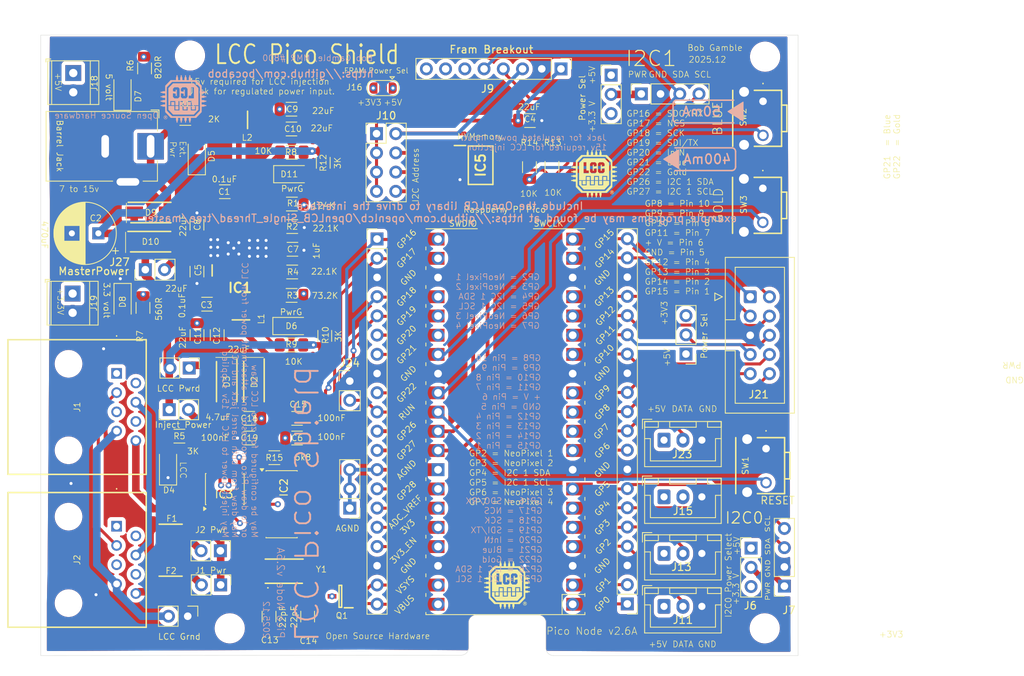
<source format=kicad_pcb>
(kicad_pcb (version 20241229) (generator "pcbnew") (generator_version "9.0")
  (layers (0 "F.Cu" signal "Top") (4 "In1.Cu" signal) (6 "In2.Cu" signal) (2 "B.Cu" signal "Bottom") (13 "F.Paste" user) (15 "B.Paste" user) (5 "F.SilkS" user "F.Silkscreen") (7 "B.SilkS" user "B.Silkscreen") (1 "F.Mask" user) (3 "B.Mask" user) (25 "Edge.Cuts" user))
  (net 0 "")
  (net 1 "Net-(IC1-SW2)")
  (net 2 "+12V")
  (net 3 "+5V")
  (net 4 "Net-(D5-A)")
  (net 5 "+3V3")
  (net 6 "Net-(D4-A)")
  (net 7 "GP6")
  (net 8 "GP12")
  (net 9 "GP3")
  (net 10 "Net-(J3-Pin_2)")
  (net 11 "Net-(IC5-VDD)")
  (net 12 "AREF")
  (net 13 "GP13")
  (net 14 "GP1")
  (net 15 "/RXD")
  (net 16 "GP2")
  (net 17 "GP7")
  (net 18 "/TXD")
  (net 19 "GP0")
  (net 20 "GP8")
  (net 21 "SDA1")
  (net 22 "/CANGND")
  (net 23 "VSYS")
  (net 24 "GP9")
  (net 25 "GP15")
  (net 26 "GP11")
  (net 27 "GP14")
  (net 28 "GP10")
  (net 29 "RUN")
  (net 30 "3V3_EN")
  (net 31 "VBUS")
  (net 32 "Net-(IC1-VBST2)")
  (net 33 "Net-(IC1-SW1)")
  (net 34 "Net-(IC1-VREG5)")
  (net 35 "AGND")
  (net 36 "GP21")
  (net 37 "GP22")
  (net 38 "GP28")
  (net 39 "Net-(IC2-OSC1)")
  (net 40 "GND")
  (net 41 "SCL1")
  (net 42 "Net-(IC2-OSC2)")
  (net 43 "BGND")
  (net 44 "/CANL")
  (net 45 "/CANH")
  (net 46 "Net-(D2-K)")
  (net 47 "Net-(D7-A)")
  (net 48 "Net-(D8-A)")
  (net 49 "Net-(F1-Pad1)")
  (net 50 "Net-(F2-Pad1)")
  (net 51 "/Alt_H")
  (net 52 "Net-(IC1-VFB1)")
  (net 53 "Net-(IC1-VFB2)")
  (net 54 "SDO")
  (net 55 "Net-(J6-Pin_2)")
  (net 56 "SDI")
  (net 57 "INTN")
  (net 58 "SCK")
  (net 59 "NCS")
  (net 60 "SCL0")
  (net 61 "/ShldGND")
  (net 62 "/Alt_L")
  (net 63 "/BPWR1")
  (net 64 "/BPWR2")
  (net 65 "Pico+3V3")
  (net 66 "Net-(IC1-VBST1)")
  (net 67 "VLCC")
  (net 68 "VINPUT")
  (net 69 "Net-(D6-K)")
  (net 70 "Net-(D11-K)")
  (net 71 "Net-(IC1-EN2)")
  (net 72 "Net-(IC1-EN1)")
  (net 73 "Net-(D6-A)")
  (net 74 "Net-(D11-A)")
  (net 75 "Net-(IC1-VIN1)")
  (net 76 "INT1")
  (net 77 "INT0")
  (net 79 "Write Protect")
  (net 80 "A0")
  (net 81 "A2")
  (net 82 "A1")
  (net 83 "SDA0")
  (net 84 "Net-(J12-Pin_2)")
  (footprint "SamacSys_Parts:MTJ880X1" (layer "F.Cu") (at 110.71 114.91 -90)
    (property "Reference" "J2")
    (property "Value" "RJ45" (hide yes))
  )
  (footprint "Resistor_SMD:R_1206_3216Metric_Pad1.30x1.75mm_HandSolder" (layer "F.Cu") (at 133.82 84.402 180)
    (property "Reference" "R3")
    (property "Value" "73.2K")
  )
  (footprint "SamacSys_Parts:MTJ880X1" (layer "F.Cu") (at 110.71 94.71 -90)
    (property "Reference" "J1")
    (property "Value" "RJ45" (hide yes))
  )
  (footprint "Connector_PinHeader_2.54mm:PinHeader_1x02_P2.54mm_Vertical" (layer "F.Cu") (at 124.45 122.66 -90)
    (property "Reference" "JP1")
    (property "Value" "J2 Pwr")
  )
  (footprint "SamacSys_Parts:SOT96P240X115-3N" (layer "F.Cu") (at 140.26 124.17 180)
    (property "Reference" "Q1")
    (property "Value" "DMG2305UX-7" (hide yes))
  )
  (footprint "LED_SMD:LED_1206_3216Metric_Pad1.42x1.75mm_HandSolder" (layer "F.Cu") (at 121.3 66 90)
    (property "Reference" "D5")
    (property "Value" "LED")
  )
  (footprint "Resistor_SMD:R_1206_3216Metric_Pad1.30x1.75mm_HandSolder" (layer "F.Cu") (at 114.19 86.05 -90)
    (property "Reference" "R7")
    (property "Value" "560R")
  )
  (footprint "Resistor_SMD:R_1206_3216Metric_Pad1.30x1.75mm_HandSolder" (layer "F.Cu") (at 133.9 75.307)
    (property "Reference" "R2")
    (property "Value" "22.1K")
  )
  (footprint "Resistor_SMD:R_1206_3216Metric_Pad1.30x1.75mm_HandSolder" (layer "F.Cu") (at 119 103 180)
    (property "Reference" "R5")
    (property "Value" "3K")
  )
  (footprint "Resistor_SMD:R_1206_3216Metric_Pad1.30x1.75mm_HandSolder" (layer "F.Cu") (at 114.4 54.4 -90)
    (property "Reference" "R6")
    (property "Value" "820R")
  )
  (footprint "Resistor_SMD:R_1206_3216Metric_Pad1.30x1.75mm_HandSolder" (layer "F.Cu") (at 119.78 61.01)
    (property "Reference" "R11")
    (property "Value" "2K")
  )
  (footprint "Connector_PinHeader_2.54mm:PinHeader_1x20_P2.54mm_Vertical" (layer "F.Cu") (at 145.107145 76.945399)
    (property "Reference" "J17")
    (property "Value" "Conn_01x20")
  )
  (footprint "Connector_PinHeader_2.54mm:PinHeader_1x03_P2.54mm_Vertical" (layer "F.Cu") (at 176.02 55.295)
    (property "Reference" "J3")
    (property "Value" "Power Sel")
  )
  (footprint "Resistor_SMD:R_1206_3216Metric_Pad1.30x1.75mm_HandSolder" (layer "F.Cu") (at 133.8575 72.3295 180)
    (property "Reference" "R1")
    (property "Value" "124K")
  )
  (footprint "Connector_PinSocket_2.54mm:PinSocket_1x04_P2.54mm_Vertical" (layer "F.Cu") (at 180 57.775 90)
    (property "Reference" "J5")
    (property "Value" "I2C Header")
  )
  (footprint "MCU_RaspberryPi_and_Boards:RPi_Pico_SMD_TH" (layer "F.Cu") (at 162.0492 101.0908 180)
    (property "Reference" "RPiPico1")
    (property "Value" "Raspberry Pi Pico")
  )
  (footprint "Jumper:SolderJumper-3_P1.3mm_Open_RoundedPad1.0x1.5mm" (layer "F.Cu") (at 145.9 57 180)
    (property "Reference" "J16")
    (property "Value" "FRAM Power Sel")
  )
  (footprint "SamacSys_Parts:FUSC4632X70N" (layer "F.Cu") (at 117.85 114.64 90)
    (property "Reference" "F1")
    (property "Value" "0ZCG0035AF2C" (hide yes))
  )
  (footprint "Capacitor_SMD:C_1206_3216Metric_Pad1.33x1.80mm_HandSolder" (layer "F.Cu") (at 134.54 103.25)
    (property "Reference" "C6")
    (property "Value" "100nF")
  )
  (footprint "Package_SO:SOIC-8_3.9x4.9mm_P1.27mm" (layer "F.Cu") (at 125 110 90)
    (property "Reference" "IC3")
    (property "Value" "MCP2562FDT-E/SN")
  )
  (footprint "Resistor_SMD:R_1206_3216Metric_Pad1.30x1.75mm_HandSolder" (layer "F.Cu") (at 133.9 81.307)
    (property "Reference" "R4")
    (property "Value" "22.1K")
  )
  (footprint "Connector_JST:JST_XH_B3B-XH-A_1x03_P2.50mm_Vertical" (layer "F.Cu") (at 183 118.5)
    (property "Reference" "J13")
    (property "Value" "Conn_01x03")
  )
  (footprint "LCC:lcc-logo-registered-medium" (layer "F.Cu") (at 162.3 122.65)
    (property "Reference" "G***" (hide yes))
    (property "Value" "LOGO" (hide yes))
  )
  (footprint "Connector_PinHeader_2.54mm:PinHeader_1x02_P2.54mm_Vertical" (layer "F.Cu") (at 117.66 99.5 90)
    (property "Reference" "JP5")
    (property "Value" "Inject Power")
  )
  (footprint "Capacitor_SMD:C_1206_3216Metric_Pad1.33x1.80mm_HandSolder" (layer "F.Cu") (at 133.8025 59.7925)
    (property "Reference" "C9")
    (property "Value" "22uF")
  )
  (footprint "Capacitor_THT:CP_Radial_D8.0mm_P3.50mm" (layer "F.Cu") (at 108.3 76.2 180)
    (property "Reference" "C2")
    (property "Value" "470uF")
  )
  (footprint "Connector_PinHeader_2.54mm:PinHeader_1x02_P2.54mm_Vertical" (layer "F.Cu") (at 141.5 95.725)
    (property "Reference" "J24")
    (property "Value" "External Reset")
  )
  (footprint "Connector_PinHeader_2.54mm:PinHeader_1x03_P2.54mm_Vertical" (layer "F.Cu") (at 194.5 117.8)
    (property "Reference" "J6")
    (property "Value" "Power Sel")
  )
  (footprint "Resistor_SMD:R_1206_3216Metric_Pad1.30x1.75mm_HandSolder" (layer "F.Cu") (at 131.54 105.85)
    (property "Reference" "R15")
    (property "Value" "6k8")
  )
  (footprint "Connector_PinHeader_2.54mm:PinHeader_1x08_P2.54mm_Vertical" (layer "F.Cu") (at 169.395 54.465 -90)
    (property "Reference" "J9")
    (property "Value" "Fram Breakout")
  )
  (footprint "Resistor_SMD:R_1206_3216Metric_Pad1.30x1.75mm_HandSolder" (layer "F.Cu") (at 138.2 89.75 90)
    (property "Reference" "R10")
    (property "Value" "3K")
  )
  (footprint "SamacSys_Parts:TS1167443BK160RAD" (layer "F.Cu") (at 196.05 70.25 90)
    (property "Reference" "SW3")
    (property "Value" "Gold Button" (hide yes))
  )
  (footprint "LED_SMD:LED_1206_3216Metric_Pad1.42x1.75mm_HandSolder" (layer "F.Cu") (at 133.8 88.45)
    (property "Reference" "D6")
    (property "Value" "PwrG")
  )
  (footprint "Connector_PinHeader_2.54mm:PinHeader_2x04_P2.54mm_Vertical" (layer "F.Cu") (at 145.035 63.025)
    (property "Reference" "J10")
    (property "Value" "NVM Addr")
  )
  (footprint "Resistor_SMD:R_1206_3216Metric_Pad1.30x1.75mm_HandSolder" (layer "F.Cu") (at 138 66.88 90)
    (property "Reference" "R12")
    (property "Value" "3K")
  )
  (footprint "SamacSys_Parts:INDC3225X120N" (layer "F.Cu") (at 127.1285 87.637 90)
    (property "Reference" "L1")
    (property "Value" "SRP3212A-2R2M" (hide yes))
  )
  (footprint "MountingHole:MountingHole_2.2mm_M2" (layer "F.Cu") (at 120.4 52.7)
    (property "Reference" "REF**")
    (property "Value" "MountingHole_2.2mm_M2")
  )
  (footprint "Capacitor_SMD:C_1206_3216Metric_Pad1.33x1.80mm_HandSolder" (layer "F.Cu") (at 122.65 85.562 180)
    (property "Reference" "C3")
    (property "Value" "0.1uF")
  )
  (footprint "SamacSys_Parts:TS1167443BK160RAD" (layer "F.Cu") (at 196.475 104.65 90)
    (property "Reference" "SW1")
    (property "Value" "Pico Reset" (hide yes))
  )
  (footprint "Connector_JST:JST_XH_B3B-XH-A_1x03_P2.50mm_Vertical" (layer "F.Cu") (at 183 125.5)
    (property "Reference" "J11")
    (property "Value" "Conn_01x03")
  )
  (footprint "Resistor_SMD:R_1206_3216Metric_Pad1.30x1.75mm_HandSolder" (layer "F.Cu") (at 133.85 65.48)
    (property "Reference" "R8")
    (property "Value" "10K")
  )
  (footprint "Capacitor_SMD:C_1206_3216Metric_Pad1.33x1.80mm_HandSolder" (layer "F.Cu") (at 128.24 103.25 180)
    (property "Reference" "C19")
    (property "Value" "100nF")
  )
  (footprint "Capacitor_SMD:C_1206_3216Metric_Pad1.33x1.80mm_HandSolder" (layer "F.Cu") (at 125 70.7)
    (property "Reference" "C1")
    (property "Value" "0.1uF")
  )
  (footprint "TerminalBlock_TE-Connectivity:TerminalBlock_TE_282834-2_1x02_P2.54mm_Horizontal" (layer "F.Cu") (at 104.985 55.015 -90)
    (property "Reference" "J18")
    (property "Value" "5 volt")
  )
  (footprint "Resistor_SMD:R_1206_3216Metric_Pad1.30x1.75mm_HandSolder" (layer "F.Cu") (at 133.8 90.95 180)
    (property "Reference" "R9")
    (property "Value" "10K")
  )
  (footprint "SamacSys_Parts:SOIC127P600X175-8N" (layer "F.Cu") (at 158.78 67.2)
    (property "Reference" "IC5")
    (property "Value" "MB85RCxxxV" (hide yes))
  )
  (footprint "Capacitor_SMD:C_1206_3216Metric_Pad1.33x1.80mm_HandSolder" (layer "F.Cu") (at 121.32 75.062 90)
    (property "Reference" "C8")
    (property "Value" "22uF")
  )
  (footprint "MountingHole:MountingHole_2.2mm_M2" (layer "F.Cu") (at 196.35 52.85)
    (property "Reference" "REF**")
    (property "Value" "MountingHole_2.2mm_M2")
  )
  (footprint "Capacitor_SMD:C_1206_3216Metric_Pad1.33x1.80mm_HandSolder" (layer "F.Cu") (at 133.93 78.307)
    (property "Reference" "C7")
    (property "Value" "1uF")
  )
  (footprint "Package_SO:SOIC-14_3.9x8.7mm_P1.27mm" (layer "F.Cu") (at 132.5 112)
    (property "Reference" "IC2")
    (property "Value" "MCP2518FDT-E_SL")
  )
  (footprint "LED_SMD:LED_1206_3216Metric_Pad1.42x1.75mm_HandSolder" (layer "F.Cu") (at 111.5 85.2825 -90)
    (property "Reference" "D8")
    (property "Value" "LED")
  )
  (footprint "SamacSys_Parts:ABM3" (layer "F.Cu") (at 132.84 120.85)
    (property "Reference" "Y1")
    (property "Value" "ABM-40MHZ" (hide yes))
  )
  (footprint "Connector_JST:JST_XH_B3B-XH-A_1x03_P2.50mm_Vertical" (layer "F.Cu") (at 183 103.525)
    (property "Reference" "J23")
    (property "Value" "Conn_01x03")
  )
  (footprint "Capacitor_SMD:C_1206_3216Metric_Pad1.33x1.80mm_HandSolder" (layer "F.Cu") (at 130.84 126.85 -90)
    (property "Reference" "C13")
    (property "Value" "22pF")
  )
  (footprint "Capacitor_SMD:C_1206_3216Metric_Pad1.33x1.80mm_HandSolder" (layer "F.Cu") (at 134.54 100.65 180)
    (property "Reference" "C15")
    (property "Value" "100nF")
  )
  (footprint "SamacSys_Parts:INDC3225X120N" (layer "F.Cu") (at 128.0025 61.2075)
    (property "Reference" "L2")
    (property "Value" "SRP3212A-3R3M" (hide yes))
  )
  (footprint "Capacitor_SMD:C_1206_3216Metric_Pad1.33x1.80mm_HandSolder" (layer "F.Cu") (at 123.9935 89.637 -90)
    (property "Reference" "C12")
    (property "Value" "22uF")
  )
  (footprint "TerminalBlock_TE-Connectivity:TerminalBlock_TE_282834-2_1x02_P2.54mm_Horizontal" (layer "F.Cu") (at 104.9 84.16 -90)
    (property "Reference" "J19")
    (property "Value" "3.3 volt")
  )
  (footprint "Connector_PinHeader_2.54mm:PinHeader_1x02_P2.54mm_Vertical" (layer "F.Cu") (at 120.3 94 -90)
    (property "Reference" "JP2")
    (property "Value" "LCC Pwrd")
  )
  (footprint "Connector_PinHeader_2.54mm:PinHeader_1x20_P2.54mm_Vertical" (layer "F.Cu") (at 178.1528 125.17 180)
    (property "Reference" "J14")
    (property "Value" "Conn_01x20")
  )
  (footprint "LED_SMD:LED_1206_3216Metric_Pad1.42x1.75mm_HandSolder" (layer "F.Cu") (at 117.5 107 90)
    (property "Reference" "D4")
    (property "Value" "LED")
  )
  (footprint "Capacitor_SMD:C_1206_3216Metric_Pad1.33x1.80mm_HandSolder" (layer "F.Cu") (at 165.3 61.3)
    (property "Reference" "C4")
    (property "Value" "22uF")
  )
  (footprint "Connector_PinHeader_2.54mm:PinHeader_1x03_P2.54mm_Vertical" (layer "F.Cu") (at 185.9 92.15 180)
    (property "Reference" "J12")
    (property "Value" "Power Sel")
  )
  (footprint "Capacitor_SMD:C_1206_3216Metric_Pad1.33x1.80mm_HandSolder" (layer "F.Cu") (at 121.32 81.262 -90)
    (property "Reference" "C5")
    (property "Value" "22uF")
  )
  (footprint "SamacSys_Parts:DIOM5327X240N" (layer "F.Cu") (at 115.237 73.45)
    (property "Reference" "D9")
    (property "Value" "M7" (hide yes))
  )
  (footprint "SamacSys_Parts:SOP65P640X120-17N" (layer "F.Cu") (at 126.175 78.162 90)
    (property "Reference" "IC1")
    (property "Value" "TPS54294PWPR" (hide yes))
  )
  (footprint "Capacitor_SMD:C_1206_3216Metric_Pad1.33x1.80mm_HandSolder" (layer "F.Cu") (at 121.3285 89.637 -90)
    (property "Reference" "C11")
    (property "Value" "22uF")
  )
  (footprint "Connector_PinHeader_2.54mm:PinHeader_1x03_P2.54mm_Vertical" (layer "F.Cu") (at 141.50205 112.516 180)
    (property "Reference" "J22")
    (property "Value" "AGND")
  )
  (footprint "MountingHole:MountingHole_2.2mm_M2" (layer "F.Cu") (at 196.3 128.4)
    (property "Reference" "REF**")
    (property "Value" "MountingHole_2.2mm_M2")
  )
  (footprint "SamacSys_Parts:DIOM5327X240N" (layer "F.Cu") (at 128.85 95.8 -90)
    (property "Reference" "D2")
    (property "Value" "M7" (hide yes))
  )
  (footprint "SamacSys_Parts:DIOM5327X240N" (layer "F.Cu") (at 115.2 77.3)
    (property "Reference" "D10")
    (property "Value" "M7" (hide yes))
  )
  (footprint "Capacitor_SMD:C_1206_3216Metric_Pad1.33x1.80mm_HandSolder" (layer "F.Cu") (at 128.24 100.65 180)
    (property "Reference" "C16")
    (property "Value" "4.7uF")
  )
  (footprint "Connector_BarrelJack:BarrelJack_Horizontal" (layer "F.Cu") (at 115.2 64.7)
    (property "Reference" "J20")
    (property "Value" "Barrel Jack")
  )
  (footprint "Capacitor_SMD:C_1206_3216Metric_Pad1.33x1.80mm_HandSolder" (layer "F.Cu") (at 133.8025 62.4075)
    (property "Reference" "C10")
    (property "Value" "22uF")
  )
  (footprint "SamacSys_Parts:FUSC4632X70N" (layer "F.Cu") (at 117.84 121.51 -90)
    (property "Reference" "F2")
    (property "Value" "0ZCG0035AF2C" (hide yes))
  )
  (footprint "LED_SMD:LED_1206_3216Metric_Pad1.42x1.75mm_HandSolder" (layer "F.Cu") (at 133.9125 68.38)
    (property "Reference" "D11")
    (property "Value" "PwrG")
  )
  (footprint "Connector_IDC:IDC-Header_2x05_P2.54mm_Vertical" (layer "F.Cu") (at 194.385 84.59)
    (property "Reference" "J21")
    (property "Value" "I/O")
  )
  (footprint "SamacSys_Parts:TS1167443BK160RAD" (layer "F.Cu") (at 196.075 58.75 90)
    (property "Reference" "SW2")
    (property "Value" "Blue Button" (hide yes))
  )
  (footprint "MountingHole:MountingHole_2.2mm_M2" (layer "F.Cu") (at 125.65 128.4)
    (property "Reference" "REF**")
    (property "Value" "MountingHole_2.2mm_M2")
  )
  (footprint "Capacitor_SMD:C_1206_3216Metric_Pad1.33x1.80mm_HandSolder" (layer "F.Cu") (at 135.94 126.85 -90)
    (property "Reference" "C14")
    (property "Value" "22pF")
  )
  (footprint "Connector_PinSocket_2.54mm:PinSocket_1x04_P2.54mm_Vertical" (layer "F.Cu") (at 198.897028 122.822285 180)
    (property "Reference" "J7")
    (property "Value" "I2C Header")
  )
  (footprint "LED_SMD:LED_1206_3216Metric_Pad1.42x1.75mm_HandSolder" (layer "F.Cu") (at 111.485 57.485 90)
    (property "Reference" "D7")
    (property "Value" "LED")
  )
  (footprint "Resistor_SMD:R_1206_3216Metric_Pad1.30x1.75mm_HandSolder" (layer "F.Cu") (at 168.205 67.415 90)
    (property "Reference" "R13")
    (property "Value" "10K")
  )
  (footprint "Connector_PinHeader_2.54mm:PinHeader_1x02_P2.54mm_Vertical" (layer "F.Cu") (at 120.1 126.8 -90)
    (property "Reference" "JP4")
    (property "Value" "LCC Grnd")
  )
  (footprint "LCC:lcc-logo-registered-medium" (layer "F.Cu") (at 173.8 68.3)
    (property "Reference" "G***" (hide yes))
    (property "Value" "LOGO" (hide yes))
  )
  (footprint "SamacSys_Parts:DIOM5327X240N" (layer "F.Cu") (at 125.25 95.8 -90)
    (property "Reference" "D3")
    (property "Value" "M7" (hide yes))
  )
  (footprint "Connector_PinHeader_2.54mm:PinHeader_1x02_P2.54mm_Vertical" (layer "F.Cu") (at 114.5 81 90)
    (property "Reference" "J27")
    (property "Value" "MasterPower")
  )
  (footprint "Resistor_SMD:R_1206_3216Metric_Pad1.30x1.75mm_HandSolder" (layer "F.Cu") (at 165.23 67.45 90)
    (property "Reference" "R14")
    (property "Value" "10K")
  )
  (footprint "Connector_PinHeader_2.54mm:PinHeader_1x02_P2.54mm_Vertical" (layer "F.Cu") (at 124.41 118.15 -90)
    (property "Reference" "JP3")
    (property "Value" "J1 Pwr")
  )
  (footprint "Connector_JST:JST_XH_B3B-XH-A_1x03_P2.50mm_Vertical" (layer "F.Cu") (at 183 111.025)
    (property "Reference" "J15")
    (property "Value" "Conn_01x03")
  )
  (footprint "LCC:power-provider-400mA" (layer "B.Cu") (at 188.7 66.4 180)
    (property "Reference" "REF**" (hide yes))
    (property "Value" "power-provider-400mA" (hide yes))
  )
  (footprint "LCC:lcc-logo-registered-medium" (layer "B.Cu") (at 119.5 58.4 180)
    (property "Reference" "G***" (hide yes))
    (property "Value" "LOGO" (hide yes))
  )
  (footprint "LCC:power-usage-100mA" (layer "B.Cu") (at 188.195 60.1 180)
    (property "Reference" "REF**" (hide yes))
    (property "Value" "power-usage-100mA" (hide yes))
  )
  (gr_line (start 130.1 92.6) (end 127.4 92.6) (stroke (width 0.1)) (layer "F.SilkS"))
  (gr_line (start 112 74.8) (end 112 72.2) (stroke (width 0.1)) (layer "F.SilkS"))
  (gr_line (start 126.6 92.6) (end 123.8 92.6) (stroke (width 0.1)) (layer "F.SilkS"))
  (gr_line (start 111.9 78.75) (end 111.9 76.05) (stroke (width 0.1)) (layer "F.SilkS"))
  (gr_line (start 100.7 132) (end 100.7 50) (stroke (width 0.05)) (layer "Edge.Cuts"))
  (gr_line (start 100.7 50) (end 200.7 50) (stroke (width 0.05)) (layer "Edge.Cuts"))
  (gr_line (start 200.7 50) (end 200.7 132) (stroke (width 0.05)) (layer "Edge.Cuts"))
  (gr_line (start 200.7 132) (end 168.4 132) (stroke (width 0.05)) (layer "Edge.Cuts"))
  (gr_line (start 158.2 126.65) (end 166.4 126.65) (stroke (width 0.05)) (layer "Edge.Cuts"))
  (gr_line (start 167.4 127.65) (end 167.4 131) (stroke (width 0.05)) (layer "Edge.Cuts"))
  (gr_arc (start 157.2 127.65) (mid 157.492893 126.942893) (end 158.2 126.65) (stroke (width 0.05)) (layer "Edge.Cuts"))
  (gr_line (start 156.200885 131.950884) (end 100.7 132) (stroke (width 0.05)) (layer "Edge.Cuts"))
  (gr_arc (start 166.4 126.65) (mid 167.107107 126.942893) (end 167.4 127.65) (stroke (width 0.05)) (layer "Edge.Cuts"))
  (gr_arc (start 157.2 130.950885) (mid 156.907425 131.657689) (end 156.200885 131.950884) (stroke (width 0.05)) (layer "Edge.Cuts"))
  (gr_arc (start 168.4 132) (mid 167.692893 131.707107) (end 167.4 131) (stroke (width 0.05)) (layer "Edge.Cuts"))
  (gr_line (start 157.2 130.950885) (end 157.2 127.65) (stroke (width 0.05)) (layer "Edge.Cuts"))
  (gr_text "Pico Node v2.6A" (at 167.4 129.325 0) (layer "F.SilkS") (effects (font (size 0.9652 0.9652) (thickness 0.08128)) (justify left bottom)))
  (gr_text "2025.12" (at 186.2 53.7 0) (layer "F.SilkS") (effects (font (size 0.8 0.8) (thickness 0.08)) (justify left bottom)))
  (gr_text "Open Source Hardware" (at 152.15 128.95 0) (layer "F.SilkS") (effects (font (size 0.8 0.8) (thickness 0.08)) (justify right top)))
  (gr_text "PWR" (at 179.5 55.2 0) (layer "F.SilkS") (effects (font (size 0.8 0.8) (thickness 0.08))))
  (gr_text "+3.3 V" (at 173.5 60.8 90) (layer "F.SilkS") (effects (font (size 0.8 0.8) (thickness 0.08))))
  (gr_text "GND" (at 182.2 55.2 0) (layer "F.SilkS") (effects (font (size 0.8 0.8) (thickness 0.08))))
  (gr_text "SDA" (at 185.2 55.2 0) (layer "F.SilkS") (effects (font (size 0.8 0.8) (thickness 0.08))))
  (gr_text "SCL" (at 188.1 55.2 0) (layer "F.SilkS") (effects (font (size 0.8 0.8) (thickness 0.08))))
  (gr_text "I2C1" (at 181.3 53.1 0) (layer "F.SilkS") (effects (font (size 2 2))))
  (gr_text "GP2 = NeoPixel 1\nGP3 = NeoPixel 2\nGP4 = I2C 1 SDA\nGP5 = I2C 1 SCL\nGP6 = NeoPixel 3\nGP7 = NeoPixel 4" (at 157.2 104.8 0) (layer "F.SilkS") (effects (font (size 0.8 0.8) (thickness 0.08)) (justify left top)))
  (gr_text "+5V" (at 182 99.4 0) (layer "F.SilkS") (effects (font (size 0.8 0.8) (thickness 0.08))))
  (gr_text "BLUE" (at 190.075 61 90) (layer "F.SilkS") (effects (font (size 1.2 1.2) (thickness 0.1))))
  (gr_text "+5V" (at 192.6 117.5 90) (layer "F.SilkS") (effects (font (size 0.8 0.8) (thickness 0.08))))
  (gr_text "GND" (at 196.7 120.5 90) (layer "F.SilkS") (effects (font (size 0.6 0.8) (thickness 0.08))))
  (gr_text "GP8 = Pin 10\nGP9 = Pin 9\nGP10 = Pin 8\nGP11 = Pin 7\n+ V = Pin 6\nGND = Pin 5\nGP12 = Pin 4\nGP13 = Pin 3\nGP14 = Pin 2\nGP15 = Pin 1" (at 180.4 71.8 0) (layer "F.SilkS") (effects (font (size 0.8 0.8) (thickness 0.08)) (justify left top)))
  (gr_text "I2C0 Power Select" (at 191.5 121.4 90) (layer "F.SilkS") (effects (font (size 0.8 0.8) (thickness 0.08))))
  (gr_text "+5V" (at 182.2 130.5 0) (layer "F.SilkS") (effects (font (size 0.8 0.8) (thickness 0.08))))
  (gr_text "SCL" (at 196.680952 114.6 90) (layer "F.SilkS") (effects (font (size 0.6 0.8) (thickness 0.08))))
  (gr_text "+3V3" (at 183.05 86.75 90) (layer "F.SilkS") (effects (font (size 0.8 0.8) (thickness 0.08))))
  (gr_text "+3V3" (at 213 129.2 0) (layer "F.SilkS") (effects (font (size 0.8 0.8) (thickness 0.08))))
  (gr_text "Bob Gamble " (at 186.05 52.15 0) (layer "F.SilkS") (effects (font (size 0.8 0.8) (thickness 0.08)) (justify left bottom)))
  (gr_text "+3.3 V" (at 192.5 123.2 90) (layer "F.SilkS") (effects (font (size 0.8 0.8) (thickness 0.08))))
  (gr_text "GP21  = Blue\nGP22  = Gold" (at 212 69.1 90) (layer "F.SilkS") (effects (font (size 0.8 0.8) (thickness 0.08)) (justify left top)))
  (gr_text "Ext.\nPwr" (at 118.8 65.1 270) (layer "F.SilkS") (effects (font (size 0.8 0.8) (thickness 0.08))))
  (gr_text "PWR" (at 196.7 123.5 90) (layer "F.SilkS") (effects (font (size 0.6 0.8) (thickness 0.08))))
  (gr_text "+3.3V" (at 103.3 85.2 270) (layer "F.SilkS") (effects (font (size 0.8 0.8) (thickness 0.08))))
  (gr_text "LCC" (at 119.5 107.5 270) (layer "F.SilkS") (effects (font (size 0.8 0.8) (thickness 0.08))))
  (gr_text "+5V" (at 183.4 92.6 90) (layer "F.SilkS") (effects (font (size 0.8 0.8) (thickness 0.08))))
  (gr_text "+5V" (at 147.2 58.9 0) (layer "F.SilkS") (effects (font (size 0.8 0.8) (thickness 0.08))))
  (gr_text "I2C Address" (at 150.2 68.5 90) (layer "F.SilkS") (effects (font (size 0.8 0.8) (thickness 0.08))))
  (gr_text "+5V" (at 173.5 55.3 90) (layer "F.SilkS") (effects (font (size 0.8 0.8) (thickness 0.08))))
  (gr_text "PWR" (at 228.95 93.6 180) (layer "F.SilkS") (effects (font (size 0.8 0.8) (thickness 0.08))))
  (gr_text "GOLD" (at 190.175 72.5 90) (layer "F.SilkS") (effects (font (size 1.2 1.2) (thickness 0.1))))
  (gr_text "GND" (at 188.8 99.4 0) (layer "F.SilkS") (effects (font (size 0.8 0.8) (thickness 0.08))))
  (gr_text "7 to 15v" (at 103.05 70.8 0) (layer "F.SilkS") (effects (font (size 0.8 0.8) (thickness 0.08)) (justify left bottom)))
  (gr_text "SDA" (at 196.7 117.6 90) (layer "F.SilkS") (effects (font (size 0.6 0.8) (thickness 0.08))))
  (gr_text "+3V3" (at 144.1 58.9 0) (layer "F.SilkS") (effects (font (size 0.8 0.8) (thickness 0.08))))
  (gr_text "DATA" (at 185.4 99.4 0) (layer "F.SilkS") (effects (font (size 0.8 0.8) (thickness 0.08))))
  (gr_text "LCC Pico Shield" (at 148.2 51.1 0) (layer "F.SilkS") (effects (font (size 2.5 2) (thickness 0.25)) (justify right top)))
  (gr_text "NVMemory" (at 158.7 63.4 0) (layer "F.SilkS") (effects (font (size 0.8 0.8) (thickness 0.08))))
  (gr_text "RESET" (at 198 111.5 0) (layer "F.SilkS") (effects (font (size 1 1) (thickness 0.125))))
  (gr_text "15v required for LCC injection\nJack for regulated power input." (at 120.2 57.9 0) (layer "F.SilkS") (effects (font (size 0.8 0.8) (thickness 0.08)) (justify left bottom)))
  (gr_text "DATA" (at 185.5 130.5 0) (layer "F.SilkS") (effects (font (size 0.8 0.8) (thickness 0.08))))
  (gr_text "GND" (at 188.7 130.5 0) (layer "F.SilkS") (effects (font (size 0.8 0.8) (thickness 0.08))))
  (gr_text "GP16 = SDO/RX\nGP17 = NCS\nGP18 = SCK\nGP19 = SDI/TX\nGP20 = IntN\nGP21 = Blue\nGP22 = Gold\nGP26 = I2C 1 SDA \nGP27 = I2C 1 SCL " (at 178 59.9 0) (layer "F.SilkS") (effects (font (size 0.8 0.8) (thickness 0.08)) (justify left top)))
  (gr_text "+5V" (at 102.985 56.185 270) (layer "F.SilkS") (effects (font (size 0.8 0.8) (thickness 0.08))))
  (gr_text "I2C0" (at 193.6 113.8 0) (layer "F.SilkS") (effects (font (size 1.5 1.5))))
  (gr_text "GND" (at 229.3 95.55 180) (layer "F.SilkS") (effects (font (size 0.8 0.8) (thickness 0.08))))
  (gr_text "Bob Gamble, MMR #800" (at 144.6 53.5 0) (layer "B.SilkS") (effects (font (size 0.8 0.8) (thickness 0.08)) (justify left bottom mirror)))
  (gr_text "LCC Pico Shield" (at 137.4 93.5 270) (layer "B.SilkS") (effects (font (size 3 3) (thickness 0.25)) (justify right top mirror)))
  (gr_text "Jack for regulated power input. \n15v required for LCC injection" (at 175.5 65.3 0) (layer "B.SilkS") (effects (font (size 0.8 0.8) (thickness 0.08)) (justify left bottom mirror)))
  (gr_text "Open Source Hardware" (at 102.45 60.15 0) (layer "B.SilkS") (effects (font (size 0.8 0.8) (thickness 0.08)) (justify right top mirror)))
  (gr_text "https://github.com/bocabob" (at 133.7 55.1 0) (layer "B.SilkS") (effects (font (size 1 1)) (justify mirror)))
  (gr_text "Include the OpenLCB libary to drive the interface\nexample programs may be found at https://github.com/openlcb/OpenLCB_Single_Thread/tree/master" (at 153.4 73.4 0) (layer "B.SilkS") (effects (font (size 1 1)) (justify mirror)))
  (gr_text "2025.12" (at 130 129.8 270) (layer "B.SilkS") (effects (font (size 0.8 0.8) (thickness 0.08)) (justify left bottom mirror)))
  (gr_text "GP8 = Pin 10\nGP9 = Pin 9\nGP10 = Pin 8\nGP11 = Pin 7\n+ V = Pin 6\nGND = Pin 5\nGP12 = Pin 4\nGP13 = Pin 3\nGP14 = Pin 2\nGP15 = Pin 1" (at 166.8 92.2 0) (layer "B.SilkS") (effects (font (size 0.8 0.8) (thickness 0.08)) (justify left top mirror)))
  (gr_text "Pico Node v2.6A" (at 131.8 129.8 270) (layer "B.SilkS") (effects (font (size 0.9652 0.9652) (thickness 0.08128)) (justify left bottom mirror)))
  (gr_text "GP2 = NeoPixel 1\nGP3 = NeoPixel 2\nGP4 = I2C 1 SDA\nGP5 = I2C 1 SCL\nGP6 = NeoPixel 3\nGP7 = NeoPixel 4" (at 166.65 81.5 0) (layer "B.SilkS") (effects (font (size 0.8 0.8) (thickness 0.08)) (justify left top mirror)))
  (gr_text "GP16 = SDO/RX\nGP17 = NCS\nGP18 = SCK\nGP19 = SDI/TX\nGP20 = IntN\nGP21 = Blue\nGP22 = Gold\nGP26 = I2C 1 SDA \nGP27 = I2C 1 SCL " (at 167 111.1 0) (layer "B.SilkS") (effects (font (size 0.8 0.8) (thickness 0.08)) (justify left top mirror)))
  (gr_text "May be configured for zero LCC draw\nor to draw Pico processor and attachment power from LCC\nMay draw from both barrel jack and LCC\nMay inject power to LCC if 15v supplied" (at 124.6 116.5 270) (layer "B.SilkS") (effects (font (size 0.8 0.8) (thickness 0.08)) (justify left bottom mirror)))
  (segment (start 125.2 75.224) (end 125.175 75.199) (width 0.4) (layer "F.Cu") (net 1))
  (segment (start 125.175 72.0875) (end 126.5625 70.7) (width 0.4) (layer "F.Cu") (net 1))
  (segment (start 125.175 75.199) (end 125.175 72.0875) (width 0.4) (layer "F.Cu") (net 1))
  (segment (start 126.8525 61.2075) (end 126.8525 70.41) (width 0.75) (layer "F.Cu") (net 1))
  (segment (start 117.4 77.3) (end 117.4 70.8) (width 1) (layer "F.Cu") (net 2))
  (segment (start 117.4 70.8) (end 115.2 68.6) (width 1) (layer "F.Cu") (net 2))
  (segment (start 115.2 64.5) (end 115.6 64.5) (width 1) (layer "F.Cu") (net 2))
  (segment (start 115.2 68.6) (end 115.2 64.7) (width 1) (layer "F.Cu") (net 2))
  (segment (start 115.6 64.5) (end 118.23 61.87) (width 1) (layer "F.Cu") (net 2))
  (segment (start 118.23 61.87) (end 118.23 61.01) (width 1) (layer "F.Cu") (net 2))
  (segment (start 129.84 100.65) (end 129.8025 103.25) (width 0.75) (layer "F.Cu") (net 3))
  (segment (start 132.24 62.4075) (end 132.24 59.7925) (width 0.75) (layer "F.Cu") (net 3))
  (segment (start 132.19375 62.44) (end 130.385 62.44) (width 0.75) (layer "F.Cu") (net 3))
  (segment (start 125.635 113.135) (end 127 114.5) (width 0.4) (layer "F.Cu") (net 3))
  (segment (start 132.26375 62.51) (end 132.19375 62.44) (width 0.75) (layer "F.Cu") (net 3))
  (segment (start 129.8025 100.65) (end 129.84 100.65) (width 0.75) (layer "F.Cu") (net 3))
  (segment (start 125.635 112.475) (end 125.635 113.135) (width 0.4) (layer "F.Cu") (net 3))
  (segment (start 130.385 62.44) (end 129.1525 61.2075) (width 0.75) (layer "F.Cu") (net 3))
  (via (at 135.45 72.437) (size 0.8) (drill 0.4) (layers "F.Cu" "B.Cu") (net 3))
  (via (at 132.24 59.7925) (size 0.8) (drill 0.4) (layers "F.Cu" "B.Cu") (net 3))
  (via (at 129.84 100.65) (size 0.8) (drill 0.4) (layers "F.Cu" "B.Cu") (net 3))
  (via (at 139.16 124.17) (size 0.8) (drill 0.4) (layers "F.Cu" "B.Cu") (net 3))
  (via (at 127 114.5) (size 0.8) (drill 0.4) (layers "F.Cu" "B.Cu") (net 3))
  (via (at 114.28 52.87) (size 0.8) (drill 0.4) (layers "F.Cu" "B.Cu") (net 3))
  (via (at 147.2 57) (size 0.8) (drill 0.4) (layers "F.Cu" "B.Cu") (net 3))
  (segment (start 121.33 64.4825) (end 121.3 64.5125) (width 0.25) (layer "F.Cu") (net 4))
  (segment (start 121.33 61.01) (end 121.33 64.4825) (width 0.4) (layer "F.Cu") (net 4))
  (segment (start 123.9935 88.0745) (end 121.3285 88.0745) (width 0.5) (layer "F.Cu") (net 5))
  (segment (start 129.9375 91.596) (end 127.1285 88.787) (width 0.75) (layer "F.Cu") (net 5))
  (segment (start 134.975 108.19) (end 134.975 107.735) (width 0.4) (layer "F.Cu") (net 5))
  (segment (start 126.905 107.525) (end 126.905 105.805) (width 0.4) (layer "F.Cu") (net 5))
  (segment (start 134.975 107.735) (end 133.09 105.85) (width 0.4) (layer "F.Cu") (net 5))
  (segment (start 123.9935 88.0745) (end 126.416 88.0745) (width 0.5) (layer "F.Cu") (net 5))
  (segment (start 132.9775 100.65) (end 132.9775 103.25) (width 0.75) (layer "F.Cu") (net 5))
  (segment (start 132.9775 103.25) (end 133.09 103.3625) (width 0.4) (layer "F.Cu") (net 5))
  (segment (start 132.9775 100.65) (end 132.9775 94.636) (width 0.75) (layer "F.Cu") (net 5))
  (segment (start 132.9775 94.636) (end 129.9375 91.596) (width 0.75) (layer "F.Cu") (net 5))
  (segment (start 133.09 103.3625) (end 133.09 105.85) (width 0.4) (layer "F.Cu") (net 5))
  (segment (start 126.905 105.805) (end 126.9 105.8) (width 0.4) (layer "F.Cu") (net 5))
  (segment (start 126.416 88.0745) (end 127.1285 88.787) (width 0.5) (layer "F.Cu") (net 5))
  (via (at 132.9775 103.25) (size 0.8) (drill 0.4) (layers "F.Cu" "B.Cu") (net 5))
  (via (at 144.6 57) (size 0.8) (drill 0.4) (layers "F.Cu" "B.Cu") (net 5))
  (via (at 135.4125 84.167) (size 0.8) (drill 0.4) (layers "F.Cu" "B.Cu") (net 5))
  (via (at 126.9 105.8) (size 0.8) (drill 0.4) (layers "F.Cu" "B.Cu") (net 5))
  (via (at 121.3285 88.0745) (size 0.8) (drill 0.4) (layers "F.Cu" "B.Cu") (net 5))
  (via (at 114.22 84.25) (size 0.8) (drill 0.4) (layers "F.Cu" "B.Cu") (net 5))
  (segment (start 117.45 103) (end 117.45 105.4625) (width 0.5) (layer "F.Cu") (net 6))
  (segment (start 117.45 105.4625) (end 117.5 105.5125) (width 0.5) (layer "F.Cu") (net 6))
  (segment (start 178.1528 104.85) (end 170.99 104.85) (width 0.4) (layer "F.Cu") (net 7))
  (segment (start 193.806818 88.321) (end 193.866818 88.381) (width 0.4) (layer "F.Cu") (net 8))
  (segment (start 178.1528 87.07) (end 170.99 87.07) (width 0.4) (layer "F.Cu") (net 8))
  (segment (start 170.99 87.07) (end 170.9392 87.1208) (width 0.4) (layer "F.Cu") (net 8))
  (segment (start 178.1528 87.07) (end 179.4038 88.321) (width 0.4) (layer "F.Cu") (net 8))
  (segment (start 179.4038 88.321) (end 193.806818 88.321) (width 0.4) (layer "F.Cu") (net 8))
  (segment (start 193.866818 88.381) (end 195.674 88.381) (width 0.4) (layer "F.Cu") (net 8))
  (segment (start 195.674 88.381) (end 196.925 87.13) (width 0.4) (layer "F.Cu") (net 8))
  (segment (start 185.5 117.7) (end 185.5 118.5) (width 0.4) (layer "F.Cu") (net 9))
  (segment (start 182.8 115) (end 185.5 117.7) (width 0.4) (layer "F.Cu") (net 9))
  (segment (start 178.1628 115) (end 182.8 115) (width 0.4) (layer "F.Cu") (net 9))
  (segment (start 178.1528 115.01) (end 178.1628 115) (width 0.4) (layer "F.Cu") (net 9))
  (segment (start 170.9392 115.0608) (end 178.102 115.0608) (width 0.4) (layer "F.Cu") (net 9))
  (segment (start 178.102 115.0608) (end 178.1528 115.01) (width 0.4) (layer "F.Cu") (net 9))
  (segment (start 176.02 57.835) (end 179.94 57.835) (width 1) (layer "F.Cu") (net 10))
  (segment (start 179.94 57.835) (end 180 57.775) (width 0.4) (layer "F.Cu") (net 10))
  (segment (start 145.9 58.9) (end 145.9 57) (width 0.5) (layer "F.Cu") (net 11))
  (segment (start 145.9 58.9) (end 146.375 59.375) (width 0.5) (layer "F.Cu") (net 11))
  (segment (start 165.23 65.9) (end 168.17 65.9) (width 0.5) (layer "F.Cu") (net 11))
  (segment (start 151.005 59.375) (end 152.93 61.3) (width 0.5) (layer "F.Cu") (net 11))
  (segment (start 161.56 65.35) (end 161.505 65.295) (width 0.5) (layer "F.Cu") (net 11))
  (segment (start 161.505 65.295) (end 161.505 64.405) (width 0.5) (layer "F.Cu") (net 11))
  (segment (start 145.035 70.645) (end 145.035 60.665) (width 0.4) (layer "F.Cu") (net 11))
  (segment (start 168.17 65.9) (end 168.205 65.865) (width 0.5) (layer "F.Cu") (net 11))
  (segment (start 145.9 59.8) (end 145.9 58.9) (width 0.4) (layer "F.Cu") (net 11))
  (segment (start 161.505 64.405) (end 163.7375 62.1725) (width 0.5) (layer "F.Cu") (net 11))
  (segment (start 165.23 65.9) (end 164.38 65.9) (width 0.5) (layer "F.Cu") (net 11))
  (segment (start 146.375 59.375) (end 151.005 59.375) (width 0.5) (layer "F.Cu") (net 11))
  (segment (start 163.7375 62.1725) (end 163.7375 61.3) (width 0.5) (layer "F.Cu") (net 11))
  (segment (start 145.035 60.665) (end 145.9 59.8) (width 0.4) (layer "F.Cu") (net 11))
  (segment (start 163.83 65.35) (end 161.56 65.35) (width 0.5) (layer "F.Cu") (net 11))
  (segment (start 152.93 61.3) (end 163.7375 61.3) (width 0.5) (layer "F.Cu") (net 11))
  (segment (start 164.38 65.9) (end 163.83 65.35) (width 0.5) (layer "F.Cu") (net 11))
  (via (at 163.7375 61.3) (size 0.8) (drill 0.4) (layers "F.Cu" "B.Cu") (net 11))
  (segment (start 163.7375 60.1225) (end 169.395 54.465) (width 0.5) (layer "B.Cu") (net 11))
  (segment (start 163.7375 61.3) (end 163.7375 60.1225) (width 0.5) (layer "B.Cu") (net 11))
  (segment (start 153.1592 112.5208) (end 145.16245 112.5208) (width 0.4) (layer "F.Cu") (net 12))
  (segment (start 145.16245 112.5208) (end 145.11165 112.5716) (width 0.4) (layer "B.Cu") (net 12))
  (segment (start 178.1528 84.53) (end 191.785 84.53) (width 0.4) (layer "F.Cu") (net 13))
  (segment (start 191.785 84.53) (end 194.385 87.13) (width 0.4) (layer "F.Cu") (net 13))
  (segment (start 178.1528 84.53) (end 170.99 84.53) (width 0.4) (layer "F.Cu") (net 13))
  (segment (start 170.99 84.53) (end 170.9392 84.5808) (width 0.4) (layer "F.Cu") (net 13))
  (segment (start 170.99 122.63) (end 170.9392 122.6808) (width 0.4) (layer "F.Cu") (net 14))
  (segment (start 178.1528 122.63) (end 170.99 122.63) (width 0.4) (layer "F.Cu") (net 14))
  (segment (start 129.04 109.46) (end 126.905 111.595) (width 0.4) (layer "F.Cu") (net 15))
  (segment (start 126.905 111.595) (end 126.905 112.475) (width 0.4) (layer "F.Cu") (net 15))
  (segment (start 130.025 109.46) (end 129.04 109.46) (width 0.4) (layer "F.Cu") (net 15))
  (segment (start 170.99 117.55) (end 170.9392 117.6008) (width 0.4) (layer "F.Cu") (net 16))
  (segment (start 185.5 125.5) (end 185.5 124.8972) (width 0.4) (layer "F.Cu") (net 16))
  (segment (start 185.5 124.8972) (end 178.1528 117.55) (width 0.4) (layer "F.Cu") (net 16))
  (segment (start 178.1528 117.55) (end 170.99 117.55) (width 0.4) (layer "F.Cu") (net 16))
  (segment (start 170.99 102.31) (end 170.9392 102.3608) (width 0.4) (layer "F.Cu") (net 17))
  (segment (start 180.0128 100.45) (end 183.25 100.45) (width 0.4) (layer "F.Cu") (net 17))
  (segment (start 185.5 102.7) (end 185.5 103.525) (width 0.4) (layer "F.Cu") (net 17))
  (segment (start 183.25 100.45) (end 185.5 102.7) (width 0.4) (layer "F.Cu") (net 17))
  (segment (start 178.1528 102.31) (end 170.99 102.31) (width 0.4) (layer "F.Cu") (net 17))
  (segment (start 178.1528 102.31) (end 180.0128 100.45) (width 0.4) (layer "F.Cu") (net 17))
  (segment (start 123.095 111.500001) (end 124.294001 110.301) (width 0.4) (layer "F.Cu") (net 18))
  (segment (start 126.939001 110.301) (end 129.050001 108.19) (width 0.4) (layer "F.Cu") (net 18))
  (segment (start 130.025 108.19) (end 130.025 105.885) (width 0.4) (layer "F.Cu") (net 18))
  (segment (start 124.294001 110.301) (end 126.939001 110.301) (width 0.4) (layer "F.Cu") (net 18))
  (segment (start 129.050001 108.19) (end 130.025 108.19) (width 0.4) (layer "F.Cu") (net 18))
  (segment (start 130.025 105.885) (end 129.99 105.85) (width 0.4) (layer "F.Cu") (net 18))
  (segment (start 123.095 112.475) (end 123.095 111.500001) (width 0.4) (layer "F.Cu") (net 18))
  (segment (start 170.99 125.17) (end 170.9392 125.2208) (width 0.4) (layer "F.Cu") (net 19))
  (segment (start 178.1528 125.17) (end 170.99 125.17) (width 0.4) (layer "F.Cu") (net 19))
  (segment (start 193.625 98.05) (end 196.925 94.75) (width 0.4) (layer "F.Cu") (net 20))
  (segment (start 178.1528 99.77) (end 179.8728 98.05) (width 0.4) (layer "F.Cu") (net 20))
  (segment (start 179.8728 98.05) (end 193.625 98.05) (width 0.4) (layer "F.Cu") (net 20))
  (segment (start 178.1528 99.77) (end 170.99 99.77) (width 0.4) (layer "F.Cu") (net 20))
  (segment (start 161.505 69.105) (end 164.935 69.105) (width 0.5) (layer "F.Cu") (net 21))
  (segment (start 145.107145 102.345399) (end 153.143799 102.345399) (width 0.5) (layer "F.Cu") (net 21))
  (segment (start 165.23 69.065) (end 157.8 76.495) (width 0.5) (layer "F.Cu") (net 21))
  (segment (start 165.23 69) (end 165.23 69.065) (width 0.5) (layer "F.Cu") (net 21))
  (segment (start 157.8 76.495) (end 157.8 99.7) (width 0.5) (layer "F.Cu") (net 21))
  (segment (start 157.8 99.7) (end 156.375 101.125) (width 0.5) (layer "F.Cu") (net 21))
  (segment (start 156.375 101.125) (end 155.1392 102.3608) (width 0.5) (layer "F.Cu") (net 21))
  (segment (start 155.1392 102.3608) (end 153.1592 102.3608) (width 0.5) (layer "F.Cu") (net 21))
  (via (at 165.23 69.065) (size 0.8) (drill 0.4) (layers "F.Cu" "B.Cu") (net 21))
  (segment (start 175.2555 67.5) (end 166.795 67.5) (width 0.4) (layer "B.Cu") (net 21))
  (segment (start 185.08 57.775) (end 184.9805 57.775) (width 0.4) (layer "B.Cu") (net 21))
  (segment (start 161 52.7) (end 159.235 54.465) (width 0.4) (layer "B.Cu") (net 21))
  (segment (start 184.9805 57.775) (end 175.2555 67.5) (width 0.4) (layer "B.Cu") (net 21))
  (segment (start 166.795 67.5) (end 165.23 69.065) (width 0.4) (layer "B.Cu") (net 21))
  (segment (start 185.08 57.775) (end 180.005 52.7) (width 0.4) (layer "B.Cu") (net 21))
  (segment (start 180.005 52.7) (end 161 52.7) (width 0.4) (layer "B.Cu") (net 21))
  (segment (start 110.71 117.45) (end 108.29 115.03) (width 0.4) (layer "F.Cu") (net 22))
  (segment (start 108.29 99.67) (end 110.71 97.25) (width 0.4) (layer "F.Cu") (net 22))
  (segment (start 110.71 97.475) (end 110.71 97.25) (width 0.4) (layer "F.Cu") (net 22))
  (segment (start 108.29 115.03) (end 108.29 99.67) (width 0.4) (layer "F.Cu") (net 22))
  (segment (start 144.2684 122.7316) (end 145.11165 122.7316) (width 0.4) (layer "F.Cu") (net 23))
  (segment (start 153.1592 122.6808) (end 145.16245 122.6808) (width 0.4) (layer "F.Cu") (net 23))
  (segment (start 143.79 123.21) (end 144.2684 122.7316) (width 0.4) (layer "F.Cu") (net 23))
  (segment (start 141.36 123.21) (end 143.79 123.21) (width 0.4) (layer "F.Cu") (net 23))
  (segment (start 145.16245 122.6808) (end 145.11165 122.7316) (width 0.4) (layer "B.Cu") (net 23))
  (segment (start 178.1528 97.23) (end 170.99 97.23) (width 0.4) (layer "F.Cu") (net 24))
  (segment (start 170.99 97.23) (end 170.9392 97.2808) (width 0.4) (layer "F.Cu") (net 24))
  (segment (start 180.6328 94.75) (end 194.385 94.75) (width 0.4) (layer "F.Cu") (net 24))
  (segment (start 178.1528 97.23) (end 180.6328 94.75) (width 0.4) (layer "F.Cu") (net 24))
  (segment (start 178.1528 76.91) (end 170.99 76.91) (width 0.4) (layer "F.Cu") (net 25))
  (segment (start 170.99 76.91) (end 170.9392 76.9608) (width 0.4) (layer "F.Cu") (net 25))
  (segment (start 191.395 81.6) (end 194.385 84.59) (width 0.4) (layer "B.Cu") (net 25))
  (segment (start 178.1528 76.91) (end 182.8428 81.6) (width 0.4) (layer "B.Cu") (net 25))
  (segment (start 182.8428 81.6) (end 191.395 81.6) (width 0.4) (layer "B.Cu") (net 25))
  (segment (start 178.1528 89.61) (end 170.99 89.61) (width 0.4) (layer "F.Cu") (net 26))
  (segment (start 179.4418 90.899) (end 193.074 90.899) (width 0.4) (layer "B.Cu") (net 26))
  (segment (start 178.1528 89.61) (end 179.4418 90.899) (width 0.4) (layer "B.Cu") (net 26))
  (segment (start 193.074 90.899) (end 194.385 92.21) (width 0.4) (layer "B.Cu") (net 26))
  (segment (start 178.1528 79.45) (end 191.785 79.45) (width 0.4) (layer "F.Cu") (net 27))
  (segment (start 178.1528 79.45) (end 170.99 79.45) (width 0.4) (layer "F.Cu") (net 27))
  (segment (start 191.785 79.45) (end 196.925 84.59) (width 0.4) (layer "F.Cu") (net 27))
  (segment (start 170.99 79.45) (end 170.9392 79.5008) (width 0.4) (layer "F.Cu") (net 27))
  (segment (start 178.1528 92.15) (end 170.99 92.15) (width 0.4) (layer "F.Cu") (net 28))
  (segment (start 178.1528 92.15) (end 179.4638 93.461) (width 0.4) (layer "F.Cu") (net 28))
  (segment (start 179.4638 93.461) (end 195.674 93.461) (width 0.4) (layer "F.Cu") (net 28))
  (segment (start 195.674 93.461) (end 196.925 92.21) (width 0.4) (layer "F.Cu") (net 28))
  (segment (start 145.107145 99.805399) (end 143.566746 98.265) (width 0.4) (layer "F.Cu") (net 29))
  (segment (start 143.566746 98.265) (end 141.5 98.265) (width 0.4) (layer "F.Cu") (net 29))
  (segment (start 153.1592 99.8208) (end 145.16245 99.8208) (width 0.4) (layer "F.Cu") (net 29))
  (segment (start 153.1592 99.8208) (end 162.0682 108.7298) (width 0.4) (layer "B.Cu") (net 29))
  (segment (start 177.583818 108.7298) (end 177.634618 108.679) (width 0.4) (layer "B.Cu") (net 29))
  (segment (start 162.0682 108.7298) (end 177.583818 108.7298) (width 0.4) (layer "B.Cu") (net 29))
  (segment (start 177.634618 108.679) (end 196.004 108.679) (width 0.4) (layer "B.Cu") (net 29))
  (segment (start 196.004 108.679) (end 196.475 109.15) (width 0.4) (layer "B.Cu") (net 29))
  (segment (start 153.1592 117.6008) (end 145.16245 117.6008) (width 0.4) (layer "F.Cu") (net 30))
  (segment (start 145.16245 117.6008) (end 145.11165 117.6516) (width 0.4) (layer "B.Cu") (net 30))
  (segment (start 141.36 125.13) (end 144.97005 125.13) (width 0.4) (layer "F.Cu") (net 31))
  (segment (start 153.1592 125.2208) (end 145.16245 125.2208) (width 0.4) (layer "F.Cu") (net 31))
  (segment (start 144.97005 125.13) (end 145.11165 125.2716) (width 0.4) (layer "F.Cu") (net 31))
  (segment (start 145.16245 125.2208) (end 145.11165 125.2716) (width 0.4) (layer "B.Cu") (net 31))
  (segment (start 123.2 70.9375) (end 123.4375 70.7) (width 0.4) (layer "F.Cu") (net 32))
  (segment (start 123.2 72.8745) (end 123.2 70.9375) (width 0.4) (layer "F.Cu") (net 32))
  (segment (start 124.55 75.224) (end 124.55 74.2245) (width 0.4) (layer "F.Cu") (net 32))
  (segment (start 124.55 74.2245) (end 123.2 72.8745) (width 0.4) (layer "F.Cu") (net 32))
  (segment (start 125.2 84.5745) (end 124.2125 85.562) (width 0.4) (layer "F.Cu") (net 33))
  (segment (start 125.1375 86.487) (end 124.2125 85.562) (width 0.5) (layer "F.Cu") (net 33))
  (segment (start 125.2 81.1) (end 125.2 84.5745) (width 0.4) (layer "F.Cu") (net 33))
  (segment (start 127.1285 86.487) (end 125.1375 86.487) (width 0.5) (layer "F.Cu") (net 33))
  (segment (start 132.3675 78.307) (end 132.3675 77.6615) (width 0.4) (layer "F.Cu") (net 34))
  (segment (start 129.668371 75.224) (end 132.3675 77.923129) (width 0.4) (layer "F.Cu") (net 34))
  (segment (start 132.3675 77.923129) (end 132.3675 78.307) (width 0.4) (layer "F.Cu") (net 34))
  (segment (start 128.45 75.224) (end 129.668371 75.224) (width 0.4) (layer "F.Cu") (net 34))
  (segment (start 144.98225 107.621) (end 145.11165 107.4916) (width 0.4) (layer "F.Cu") (net 35))
  (segment (start 153.1592 107.4408) (end 145.16245 107.4408) (width 0.5) (layer "F.Cu") (net 35))
  (segment (start 145.096544 107.436) (end 145.107145 107.425399) (width 0.5) (layer "B.Cu") (net 35))
  (segment (start 145.16245 107.4408) (end 145.11165 107.4916) (width 0.4) (layer "B.Cu") (net 35))
  (segment (start 141.50205 107.436) (end 141.50205 112.516) (width 0.5) (layer "B.Cu") (net 35))
  (segment (start 141.50205 107.436) (end 145.096544 107.436) (width 0.5) (layer "B.Cu") (net 35))
  (segment (start 153.1592 92.2008) (end 145.16245 92.2008) (width 0.4) (layer "F.Cu") (net 36))
  (segment (start 153.1592 92.2) (end 154 92.2) (width 0.4) (layer "B.Cu") (net 36))
  (segment (start 145.16245 92.2008) (end 145.11165 92.2516) (width 0.4) (layer "B.Cu") (net 36))
  (segment (start 154 92.2) (end 165.2 81) (width 0.4) (layer "B.Cu") (net 36))
  (segment (start 171.9 71.6) (end 175.9 71.6) (width 0.4) (layer "B.Cu") (net 36))
  (segment (start 175.9 71.6) (end 185 62.5) (width 0.4) (layer "B.Cu") (net 36))
  (segment (start 185 62.5) (end 195.325 62.5) (width 0.4) (layer "B.Cu") (net 36))
  (segment (start 165.2 78.3) (end 171.9 71.6) (width 0.4) (layer "B.Cu") (net 36))
  (segment (start 195.325 62.5) (end 196.075 63.25) (width 0.4) (layer "B.Cu") (net 36))
  (segment (start 165.2 81) (end 165.2 78.3) (width 0.4) (layer "B.Cu") (net 36))
  (segment (start 153.1592 92.2008) (end 153.1592 92.2) (width 0.4) (layer "B.Cu") (net 36))
  (segment (start 153.1592 97.2808) (end 145.16245 97.2808) (width 0.4) (layer "F.Cu") (net 37))
  (segment (start 145.16245 97.2808) (end 145.11165 97.3316) (width 0.4) (layer "B.Cu") (net 37))
  (segment (start 153.1592 97.2808) (end 153.8692 97.2808) (width 0.4) (layer "B.Cu") (net 37))
  (segment (start 168 83.15) (end 168 77.4) (width 0.4) (layer "B.Cu") (net 37))
  (segment (start 168 77.4) (end 172.2 73.2) (width 0.4) (layer "B.Cu") (net 37))
  (segment (start 194.5 73.2) (end 196.05 74.75) (width 0.4) (layer "B.Cu") (net 37))
  (segment (start 153.8692 97.2808) (end 168 83.15) (width 0.4) (layer "B.Cu") (net 37))
  (segment (start 172.2 73.2) (end 194.5 73.2) (width 0.4) (layer "B.Cu") (net 37))
  (segment (start 153.1592 109.9808) (end 145.16245 109.9808) (width 0.4) (layer "F.Cu") (net 38))
  (segment (start 145.16245 109.9808) (end 145.11165 110.0316) (width 0.4) (layer "B.Cu") (net 38))
  (segment (start 130.025 114.54) (end 131.04 114.54) (width 0.4) (layer "F.Cu") (net 39))
  (segment (start 131.5 115) (end 131.5 120.14) (width 0.4) (layer "F.Cu") (net 39))
  (segment (start 130.84 120.9) (end 130.79 120.85) (width 0.4) (layer "F.Cu") (net 39))
  (segment (start 131.04 114.54) (end 131.5 115) (width 0.4) (layer "F.Cu") (net 39))
  (segment (start 130.84 125.2875) (end 130.84 120.9) (width 0.4) (layer "F.Cu") (net 39))
  (segment (start 131.5 120.14) (end 130.79 120.85) (width 0.4) (layer "F.Cu") (net 39))
  (segment (start 170.99 81.99) (end 170.9392 82.0408) (width 0.5) (layer "F.Cu") (net 40))
  (segment (start 111.8925 69.2075) (end 111.9075 69.2075) (width 1) (layer "F.Cu") (net 40))
  (segment (start 145.107145 94.725399) (end 144.107544 95.725) (width 0.4) (layer "F.Cu") (net 40))
  (segment (start 112.25 69.55) (end 111.55 69.55) (width 1) (layer "F.Cu") (net 40))
  (segment (start 135.4925 75.437) (end 135.825243 75.769743) (width 0.5) (layer "F.Cu") (net 40))
  (segment (start 153.1592 120.1408) (end 145.16245 120.1408) (width 0.5) (layer "F.Cu") (net 40))
  (segment (start 123.095 107.525) (end 123.095 106.8325) (width 0.4) (layer "F.Cu") (net 40))
  (segment (start 144.107544 95.725) (end 141.5 95.725) (width 0.4) (layer "F.Cu") (net 40))
  (segment (start 170.99 94.69) (end 170.9392 94.7408) (width 0.5) (layer "F.Cu") (net 40))
  (segment (start 178.1528 81.99) (end 170.99 81.99) (width 0.5) (layer "F.Cu") (net 40))
  (segment (start 126.6775 100.65) (end 126.6775 103.25) (width 0.4) (layer "F.Cu") (net 40))
  (segment (start 125.85 81.1) (end 125.85 78.487) (width 0.45) (layer "F.Cu") (net 40))
  (segment (start 111.55 69.55) (end 109.25 67.25) (width 1) (layer "F.Cu") (net 40))
  (segment (start 126.175 78.162) (end 125.85 77.837) (width 0.45) (layer "F.Cu") (net 40))
  (segment (start 153.1592 94.7408) (end 145.16245 94.7408) (width 0.5) (layer "F.Cu") (net 40))
  (segment (start 125.85 77.837) (end 125.85 75.224) (width 0.45) (layer "F.Cu") (net 40))
  (segment (start 121.3285 91.1995) (end 123.9935 91.1995) (width 0.75) (layer "F.Cu") (net 40))
  (segment (start 109.25 67.25) (end 109.25 64.85) (width 1) (layer "F.Cu") (net 40))
  (segment (start 178.1528 120.09) (end 170.99 120.09) (width 0.5) (layer "F.Cu") (net 40))
  (segment (start 123.095 106.8325) (end 126.6775 103.25) (width 0.4) (layer "F.Cu") (net 40))
  (segment (start 125.85 78.487) (end 126.175 78.162) (width 0.45) (layer "F.Cu") (net 40))
  (segment (start 124.365 113.449999) (end 124.365 112.475) (width 0.4) (layer "F.Cu") (net 40))
  (segment (start 111.9075 69.2075) (end 112.25 69.55) (width 1) (layer "F.Cu") (net 40))
  (segment (start 170.99 120.09) (end 170.9392 120.1408) (width 0.5) (layer "F.Cu") (net 40))
  (segment (start 126.725001 115.81) (end 124.365 113.449999) (width 0.4) (layer "F.Cu") (net 40))
  (segment (start 170.99 107.39) (end 170.9392 107.4408) (width 0.5) (layer "F.Cu") (net 40))
  (segment (start 153.1592 82.0408) (end 145.16245 82.0408) (width 0.5) (layer "F.Cu") (net 40))
  (segment (start 178.1528 107.39) (end 170.99 107.39) (width 0.5) (layer "F.Cu") (net 40))
  (segment (start 130.025 115.81) (end 126.725001 115.81) (width 0.4) (layer "F.Cu") (net 40))
  (segment (start 178.1528 94.69) (end 170.99 94.69) (width 0.5) (layer "F.Cu") (net 40))
  (via (at 130.45 77.137) (size 0.8) (drill 0.4) (layers "F.Cu" "B.Cu") (net 40))
  (via (at 124.05 78.037) (size 0.8) (drill 0.4) (layers "F.Cu" "B.Cu") (net 40))
  (via (at 129.35 77.137) (size 0.8) (drill 0.4) (layers "F.Cu" "B.Cu") (net 40))
  (via (at 126.175 78.162) (size 0.8) (drill 0.4) (layers "F.Cu" "B.Cu") (net 40))
  (via (at 156.055 69.105) (size 0.8) (drill 0.4) (layers "F.Cu" "B.Cu") (net 40))
  (via (at 126.8 115.8) (size 0.8) (drill 0.4) (layers "F.Cu" "B.Cu") (net 40))
  (via (at 107.99 123.955) (size 0.8) (drill 0.4) (layers "F.Cu" "B.Cu") (net 40))
  (via (at 130.45 79.237) (size 0.8) (drill 0.4) (layers "F.Cu" "B.Cu") (net 40))
  (via (at 135.4925 75.437) (size 0.8) (drill 0.4) (layers "F.Cu" "B.Cu") (net 40))
  (via (at 129.35 78.137) (size 0.8) (drill 0.4) (layers "F.Cu" "B.Cu") (net 40))
  (via (at 129.35 79.237) (size 0.8) (drill 0.4) (layers "F.Cu" "B.Cu") (net 40))
  (via (at 123.15 78.037) (size 0.8) (drill 0.4) (layers "F.Cu" "B.Cu") (net 40))
  (via (at 135.45 78.437) (size 0.8) (drill 0.4) (layers "F.Cu" "B.Cu") (net 40))
  (via (at 128.25 77.137) (size 0.8) (drill 0.4) (layers "F.Cu" "B.Cu") (net 40))
  (via (at 108.99 91.455) (size 0.8) (drill 0.4) (layers "F.Cu" "B.Cu") (net 40))
  (via (at 121.32 82.8245) (size 0.8) (drill 0.4) (layers "F.Cu" "B.Cu") (net 40))
  (via (at 117.5 108.4875) (size 0.8) (drill 0.4) (layers "F.Cu" "B.Cu") (net 40))
  (via (at 111.2 82.2) (size 0.8) (drill 0.4) (layers "F.Cu" "B.Cu") (net 40))
  (via (at 125.45 77.437) (size 0.8) (drill 0.4) (layers "F.Cu" "B.Cu") (net 40))
  (via (at 164.6 120.1) (size 0.8) (drill 0.4) (layers "F.Cu" "B.Cu") (net 40))
  (via (at 130.45 78.137) (size 0.8) (drill 0.4) (layers "F.Cu" "B.Cu") (net 40))
  (via (at 126.6775 103.25) (size 0.8) (drill 0.4) (layers "F.Cu" "B.Cu") (net 40))
  (via (at 126.85 78.937) (size 0.8) (drill 0.4) (layers "F.Cu" "B.Cu") (net 40))
  (via (at 126.85 77.437) (size 0.8) (drill 0.4) (layers "F.Cu" "B.Cu") (net 40))
  (via (at 128.25 79.237) (size 0.8) (drill 0.4) (layers "F.Cu" "B.Cu") (net 40))
  (via (at 125.45 78.937) (size 0.8) (drill 0.4) (layers "F.Cu" "B.Cu") (net 40))
  (via (at 128.25 78.137) (size 0.8) (drill 0.4) (layers "F.Cu" "B.Cu") (net 40))
  (via (at 104.69 109.255) (size 0.8) (drill 0.4) (layers "F.Cu" "B.Cu") (net 40))
  (via (at 124.05 77.037) (size 0.8) (drill 0.4) (layers "F.Cu" "B.Cu") (net 40))
  (via (at 124.05 79.137) (size 0.8) (drill 0.4) (layers "F.Cu" "B.Cu") (net 40))
  (via (at 123.15 79.137) (size 0.8) (drill 0.4) (layers "F.Cu" "B.Cu") (net 40))
  (via (at 123.15 77.037) (size 0.8) (drill 0.4) (layers "F.Cu" "B.Cu") (net 40))
  (via (at 166.8625 61.3) (size 0.8) (drill 0.4) (layers "F.Cu" "B.Cu") (net 40))
  (via (at 121.32 73.4995) (size 0.8) (drill 0.4) (layers "F.Cu" "B.Cu") (net 40))
  (segment (start 153.1592 120.1408) (end 151.0992 120.1408) (width 0.5) (layer "B.Cu") (net 40))
  (segment (start 149.48045 118.52205) (end 149.48045 95.579) (width 0.5) (layer "B.Cu") (net 40))
  (segment (start 149.35345 92.99505) (end 149.35345 82.9806) (width 0.5) (layer "B.Cu") (net 40))
  (segment (start 151.0992 120.1408) (end 149.48045 118.52205) (width 0.5) (layer "B.Cu") (net 40))
  (segment (start 150.31865 94.7408) (end 153.1592 94.7408) (width 0.5) (layer "B.Cu") (net 40))
  (segment (start 145.16245 120.1408) (end 145.11165 120.1916) (width 0.5) (layer "B.Cu") (net 40))
  (segment (start 149.35345 82.9806) (end 150.29325 82.0408) (width 0.5) (layer "B.Cu") (net 40))
  (segment (start 145.16245 82.0408) (end 145.11165 82.0916) (width 0.5) (layer "B.Cu") (net 40))
  (segment (start 150.29325 82.0408) (end 153.1592 82.0408) (width 0.5) (layer "B.Cu") (net 40))
  (segment (start 149.48045 95.579) (end 150.31865 94.7408) (width 0.5) (layer "B.Cu") (net 40))
  (segment (start 145.16245 94.7408) (end 145.11165 94.7916) (width 0.5) (layer "B.Cu") (net 40))
  (segment (start 153.1592 94.7408) (end 151.0992 94.7408) (width 0.5) (layer "B.Cu") (net 40))
  (segment (start 151.0992 94.7408) (end 149.35345 92.99505) (width 0.5) (layer "B.Cu") (net 40))
  (segment (start 169.511 67.689) (end 169.481 67.689) (width 0.4) (layer "F.Cu") (net 41))
  (segment (start 153.1592 104.9008) (end 156.0992 104.9008) (width 0.5) (layer "F.Cu") (net 41))
  (segment (start 159.7 77.47) (end 168.205 68.965) (width 0.5) (layer "F.Cu") (net 41))
  (segment (start 156.0992 104.9008) (end 159.7 101.3) (width 0.5) (layer "F.Cu") (net 41))
  (segment (start 161.775 54.465) (end 162.21 54.9) (width 0.4) (layer "F.Cu") (net 41))
  (segment (start 168.6959 69.4559) (end 168.205 68.965) (width 0.4) (layer "F.Cu") (net 41))
  (segment (start 170.3 61.7) (end 170.3 66.9) (width 0.4) (layer "F.Cu") (net 41))
  (segment (start 162.21 55.31) (end 165.3 58.4) (width 0.4) (layer "F.Cu") (net 41))
  (segment (start 167 58.4) (end 170.3 61.7) (width 0.4) (layer "F.Cu") (net 41))
  (segment (start 187.62 57.775) (end 175.9391 69.4559) (width 0.4) (layer "F.Cu") (net 41))
  (segment (start 145.107145 104.885399) (end 153.143799 104.885399) (width 0.5) (layer "F.Cu") (net 41))
  (segment (start 165.3 58.4) (end 167 58.4) (width 0.4) (layer "F.Cu") (net 41))
  (segment (start 175.9391 69.4559) (end 168.6959 69.4559) (width 0.4) (layer "F.Cu") (net 41))
  (segment (start 167.075 67.835) (end 168.205 68.965) (width 0.4) (layer "F.Cu") (net 41))
  (segment (start 170.3 66.9) (end 169.511 67.689) (width 0.4) (layer "F.Cu") (net 41))
  (segment (start 162.21 54.9) (end 162.21 55.31) (width 0.4) (layer "F.Cu") (net 41))
  (segment (start 169.481 67.689) (end 168.205 68.965) (width 0.4) (layer "F.Cu") (net 41))
  (segment (start 161.505 67.835) (end 167.075 67.835) (width 0.4) (layer "F.Cu") (net 41))
  (segment (start 159.7 101.3) (end 159.7 77.47) (width 0.5) (layer "F.Cu") (net 41))
  (segment (start 130.025 113.27) (end 131.77 113.27) (width 0.4) (layer "F.Cu") (net 42))
  (segment (start 132.5 114) (end 132.5 118.46) (width 0.4) (layer "F.Cu") (net 42))
  (segment (start 131.77 113.27) (end 132.5 114) (width 0.4) (layer "F.Cu") (net 42))
  (segment (start 135.94 121.9) (end 134.89 120.85) (width 0.4) (layer "F.Cu") (net 42))
  (segment (start 132.5 118.46) (end 134.89 120.85) (width 0.4) (layer "F.Cu") (net 42))
  (segment (start 135.94 125.2875) (end 135.94 121.9) (width 0.4) (layer "F.Cu") (net 42))
  (segment (start 108.09 104.95) (end 108.09 119.91) (width 1) (layer "B.Cu") (net 43))
  (segment (start 108.09 119.91) (end 110.71 122.53) (width 1) (layer "B.Cu") (net 43))
  (segment (start 110.71 123.519949) (end 113.990051 126.8) (width 1) (layer "B.Cu") (net 43))
  (segment (start 110.71 102.33) (end 108.09 104.95) (width 1) (layer "B.Cu") (net 43))
  (segment (start 110.71 122.53) (end 110.71 123.519949) (width 1) (layer "B.Cu") (net 43))
  (segment (start 113.990051 126.8) (end 117.56 126.8) (width 1) (layer "B.Cu") (net 43))
  (segment (start 125.635 109.365) (end 125.5 109.5) (width 0.4) (layer "F.Cu") (net 44))
  (segment (start 125.635 107.525) (end 125.635 109.365) (width 0.4) (layer "F.Cu") (net 44))
  (via (at 125.5 109.5) (size 0.8) (drill 0.4) (layers "F.Cu" "B.Cu") (net 44))
  (segment (start 124.365 109.365) (end 124.5 109.5) (width 0.4) (layer "F.Cu") (net 45))
  (segment (start 124.365 107.525) (end 124.365 109.365) (width 0.4) (layer "F.Cu") (net 45))
  (via (at 124.5 109.5) (size 0.8) (drill 0.4) (layers "F.Cu" "B.Cu") (net 45))
  (segment (start 120.3 94) (end 120.66 93.64) (width 1) (layer "F.Cu") (net 46))
  (segment (start 120.66 93.64) (end 128.03 93.64) (width 1) (layer "F.Cu") (net 46))
  (segment (start 114.3525 55.9975) (end 114.4 55.95) (width 0.4) (layer "F.Cu") (net 47))
  (segment (start 111.485 55.9975) (end 114.3525 55.9975) (width 0.4) (layer "F.Cu") (net 47))
  (segment (start 113.36 86.77) (end 114.19 87.6) (width 0.4) (layer "F.Cu") (net 48))
  (segment (start 111.5 86.77) (end 113.36 86.77) (width 0.4) (layer "F.Cu") (net 48))
  (segment (start 120.42 116.7) (end 121.87 118.15) (width 1) (layer "F.Cu") (net 49))
  (segment (start 117.85 116.7) (end 120.42 116.7) (width 1) (layer "F.Cu") (net 49))
  (segment (start 118.7 119.45) (end 121.91 122.66) (width 1) (layer "F.Cu") (net 50))
  (segment (start 117.84 119.45) (end 118.7 119.45) (width 1) (layer "F.Cu") (net 50))
  (segment (start 132.35 81.307) (end 132.35 82.737) (width 0.4) (layer "F.Cu") (net 52))
  (segment (start 132.35 84.322) (end 132.27 84.402) (width 0.4) (layer "F.Cu") (net 52))
  (segment (start 132.35 82.737) (end 128.3245 82.737) (width 0.4) (layer "F.Cu") (net 52))
  (segment (start 128.3245 82.737) (end 127.8 82.2125) (width 0.4) (layer "F.Cu") (net 52))
  (segment (start 127.8 82.2125) (end 127.8 81.1) (width 0.4) (layer "F.Cu") (net 52))
  (segment (start 132.35 81.515) (end 132.35 84.322) (width 0.4) (layer "F.Cu") (net 52))
  (segment (start 132.275 81.44) (end 132.35 81.515) (width 0.4) (layer "F.Cu") (net 52))
  (segment (start 128.1495 73.737) (end 132.3075 73.737) (width 0.4) (layer "F.Cu") (net 53))
  (segment (start 132.35 75.307) (end 132.35 75.137) (width 0.4) (layer "F.Cu") (net 53))
  (segment (start 127.8 75.224) (end 127.8 74.0865) (width 0.4) (layer "F.Cu") (net 53))
  (segment (start 132.3075 73.737) (end 132.3075 75.4865) (width 0.4) (layer "F.Cu") (net 53))
  (segment (start 127.8 74.0865) (end 128.1495 73.737) (width 0.4) (layer "F.Cu") (net 53))
  (segment (start 132.3075 72.3295) (end 132.3075 73.737) (width 0.4) (layer "F.Cu") (net 53))
  (segment (start 127.795 75.219) (end 127.8 75.224) (width 0.4) (layer "F.Cu") (net 53))
  (segment (start 138.3 108.640058) (end 136.210058 110.73) (width 0.4) (layer "F.Cu") (net 54))
  (segment (start 145.11165 77.0116) (end 153.1084 77.0116) (width 0.4) (layer "F.Cu") (net 54))
  (segment (start 138.7 96.6) (end 138.3 97) (width 0.4) (layer "F.Cu") (net 54))
  (segment (start 153.143799 76.945399) (end 153.1592 76.9608) (width 0.75) (layer "F.Cu") (net 54))
  (segment (start 136.210058 110.73) (end 134.975 110.73) (width 0.4) (layer "F.Cu") (net 54))
  (segment (start 138.3 97) (end 138.3 108.640058) (width 0.4) (layer "F.Cu") (net 54))
  (via (at 138.7 96.6) (size 0.8) (drill 0.4) (layers "F.Cu" "B.Cu") (net 54))
  (segment (start 141.1 93.6) (end 141.1 80.952544) (width 0.4) (layer "B.Cu") (net 54))
  (segment (start 153.1084 77.0116) (end 153.1592 76.9608) (width 0.4) (layer "B.Cu") (net 54))
  (segment (start 138.7 96) (end 141.1 93.6) (width 0.4) (layer "B.Cu") (net 54))
  (segment (start 138.7 96.6) (end 138.7 96) (width 0.4) (layer "B.Cu") (net 54))
  (segment (start 141.1 80.952544) (end 145.107145 76.945399) (width 0.4) (layer "B.Cu") (net 54))
  (segment (start 194.5 120.34) (end 195.66 121.5) (width 0.75) (layer "F.Cu") (net 55))
  (segment (start 195.66 121.5) (end 197.574743 121.5) (width 0.75) (layer "F.Cu") (net 55))
  (segment (start 197.574743 121.5) (end 198.897028 122.822285) (width 0.75) (layer "F.Cu") (net 55))
  (segment (start 139.5 93.9) (end 139.5 108.518909) (width 0.4) (layer "F.Cu") (net 56))
  (segment (start 139.5 108.518909) (end 136.018909 112) (width 0.4) (layer "F.Cu") (net 56))
  (segment (start 145.11165 87.1716) (end 153.1084 87.1716) (width 0.4) (layer "F.Cu") (net 56))
  (segment (start 141.111772 91.100772) (end 141.111772 92.288228) (width 0.4) (layer "F.Cu") (net 56))
  (segment (start 145.107145 87.105399) (end 141.111772 91.100772) (width 0.4) (layer "F.Cu") (net 56))
  (segment (start 136.018909 112) (end 134.975 112) (width 0.4) (layer "F.Cu") (net 56))
  (segment (start 141.111772 92.288228) (end 139.5 93.9) (width 0.4) (layer "F.Cu") (net 56))
  (segment (start 153.1084 87.1716) (end 153.1592 87.1208) (width 0.4) (layer "B.Cu") (net 56))
  (segment (start 130.025 112) (end 132 112) (width 0.4) (layer "F.Cu") (net 57))
  (segment (start 153.1592 89.6608) (end 145.122546 89.6608) (width 0.4) (layer "F.Cu") (net 57))
  (segment (start 145.107145 89.645399) (end 153.143799 89.645399) (width 0.4) (layer "F.Cu") (net 57))
  (via (at 132 112) (size 0.8) (drill 0.4) (layers "F.Cu" "B.Cu") (net 57))
  (segment (start 145.122546 89.6608) (end 145.107145 89.645399) (width 0.4) (layer "B.Cu") (net 57))
  (segment (start 140.183204 109.116796) (end 136.03 113.27) (width 0.4) (layer "F.Cu") (net 58))
  (segment (start 142 92.6) (end 140.183204 94.416796) (width 0.4) (layer "F.Cu") (net 58))
  (segment (start 140.183204 94.416796) (end 140.183204 109.116796) (width 0.4) (layer "F.Cu") (net 58))
  (segment (start 136.03 113.27) (end 134.975 113.27) (width 0.4) (layer "F.Cu") (net 58))
  (segment (start 145.11165 84.6316) (end 153.1084 84.6316) (width 0.4) (layer "F.Cu") (net 58))
  (segment (start 142 91.7) (end 142 92.6) (width 0.4) (layer "F.Cu") (net 58))
  (via (at 142 91.7) (size 0.8) (drill 0.4) (layers "F.Cu" "B.Cu") (net 58))
  (segment (start 142 87.672544) (end 145.107145 84.565399) (width 0.4) (layer "B.Cu") (net 58))
  (segment (start 142 91.7) (end 142 87.672544) (width 0.4) (layer "B.Cu") (net 58))
  (segment (start 153.1084 84.6316) (end 153.1592 84.5808) (width 0.4) (layer "B.Cu") (net 58))
  (segment (start 140.3 92.1) (end 140.3 84.292544) (width 0.4) (layer "F.Cu") (net 59))
  (segment (start 137.4 95) (end 140.3 92.1) (width 0.4) (layer "F.Cu") (net 59))
  (segment (start 134.975 109.46) (end 135.74 109.46) (width 0.4) (layer "F.Cu") (net 59))
  (segment (start 137.4 107.8) (end 137.4 95) (width 0.4) (layer "F.Cu") (net 59))
  (segment (start 145.11165 79.5516) (end 153.1084 79.5516) (width 0.4) (layer "F.Cu") (net 59))
  (segment (start 135.74 109.46) (end 137.4 107.8) (width 0.4) (layer "F.Cu") (net 59))
  (segment (start 140.3 84.292544) (end 145.107145 79.485399) (width 0.4) (layer "F.Cu") (net 59))
  (segment (start 153.1084 79.5516) (end 153.1592 79.5008) (width 0.4) (layer "B.Cu") (net 59))
  (segment (start 178.102 109.9808) (end 178.1528 109.93) (width 0.4) (layer "F.Cu") (net 60))
  (segment (start 192.45 113) (end 196.694743 113) (width 0.4) (layer "F.Cu") (net 60))
  (segment (start 188.85 109.4) (end 192.45 113) (width 0.4) (layer "F.Cu") (net 60))
  (segment (start 178.1528 109.93) (end 178.6828 109.4) (width 0.4) (layer "F.Cu") (net 60))
  (segment (start 196.694743 113) (end 198.897028 115.202285) (width 0.4) (layer "F.Cu") (net 60))
  (segment (start 170.9392 109.9808) (end 178.102 109.9808) (width 0.4) (layer "F.Cu") (net 60))
  (segment (start 178.6828 109.4) (end 188.85 109.4) (width 0.4) (layer "F.Cu") (net 60))
  (segment (start 113.25 121.26) (end 113.25 121.215) (width 0.75) (layer "F.Cu") (net 61))
  (segment (start 114.99 100.26) (end 114.99 116.98) (width 0.75) (layer "B.Cu") (net 62))
  (segment (start 114.99 116.98) (end 113.25 118.72) (width 0.75) (layer "B.Cu") (net 62))
  (segment (start 113.25 98.52) (end 114.99 100.26) (width 0.75) (layer "B.Cu") (net 62))
  (segment (start 113.25 110.31) (end 115.52 112.58) (width 1) (layer "F.Cu") (net 63))
  (segment (start 113.25 103.6) (end 113.25 110.31) (width 1) (layer "F.Cu") (net 63))
  (segment (start 115.52 112.58) (end 117.85 112.58) (width 1) (layer "F.Cu") (net 63))
  (segment (start 113.25 123.8) (end 113.25 123.495) (width 0.75) (layer "F.Cu") (net 64))
  (segment (start 113.25 123.8) (end 113.49 123.8) (width 1) (layer "F.Cu") (net 64))
  (segment (start 113.72 123.57) (end 117.84 123.57) (width 1) (layer "F.Cu") (net 64))
  (segment (start 113.49 123.8) (end 113.72 123.57) (width 1) (layer "F.Cu") (net 64))
  (segment (start 153.1592 115.0608) (end 145.16245 115.0608) (width 0.4) (layer "F.Cu") (net 65))
  (segment (start 145.16245 115.0608) (end 145.11165 115.1116) (width 0.4) (layer "B.Cu") (net 65))
  (segment (start 121.1755 85.562) (end 121.0875 85.562) (width 0.4) (layer "F.Cu") (net 66))
  (segment (start 124.55 81.1) (end 124.55 82.1875) (width 0.4) (layer "F.Cu") (net 66))
  (segment (start 121.345 85.8195) (end 121.0875 85.562) (width 0.4) (layer "F.Cu") (net 66))
  (segment (start 124.55 82.1875) (end 121.1755 85.562) (width 0.4) (layer "F.Cu") (net 66))
  (segment (start 128.03 98.04) (end 124.41 98.04) (width 1) (layer "F.Cu") (net 67))
  (segment (start 120.55 101.9) (end 120.55 113.05) (width 1) (layer "F.Cu") (net 67))
  (segment (start 120.55 113.05) (end 124.45 116.95) (width 1) (layer "F.Cu") (net 67))
  (segment (start 121.475 100.975) (end 122.41 100.04) (width 1) (layer "F.Cu") (net 67))
  (segment (start 124.45 116.95) (end 124.45 122.66) (width 1) (layer "F.Cu") (net 67))
  (segment (start 120.2 99.7) (end 121.475 100.975) (width 1) (layer "F.Cu") (net 67))
  (segment (start 122.41 100.04) (end 120.55 101.9) (width 1) (layer "F.Cu") (net 67))
  (segment (start 124.41 98.04) (end 122.41 100.04) (width 1) (layer "F.Cu") (net 67))
  (segment (start 120.2 99.5) (end 120.2 99.7) (width 1) (layer "F.Cu") (net 67))
  (segment (start 111.9 76.2) (end 114.5 78.8) (width 1) (layer "F.Cu") (net 68))
  (segment (start 113.037 73.45) (end 113.037 77.263) (width 1) (layer "F.Cu") (net 68))
  (segment (start 136.7 90.95) (end 137.85 90.95) (width 0.75) (layer "F.Cu") (net 68))
  (segment (start 117.76 94) (end 117.4 93.64) (width 1) (layer "F.Cu") (net 68))
  (segment (start 138 65.33) (end 136.55 65.33) (width 0.75) (layer "F.Cu") (net 68))
  (segment (start 117.4 93.64) (end 117.4 84.7) (width 1) (layer "F.Cu") (net 68))
  (segment (start 114.5 78.8) (end 114.5 81) (width 1) (layer "F.Cu") (net 68))
  (segment (start 136.55 65.33) (end 135.55 65.33) (width 0.75) (layer "F.Cu") (net 68))
  (segment (start 117.4 84.7) (end 114.5 81.8) (width 1) (layer "F.Cu") (net 68))
  (segment (start 114.5 81.8) (end 114.5 81) (width 1) (layer "F.Cu") (net 68))
  (segment (start 135.35 90.95) (end 136.7 90.95) (width 0.75) (layer "F.Cu") (net 68))
  (segment (start 117.66 99.5) (end 117.66 94.1) (width 1) (layer "F.Cu") (net 68))
  (segment (start 108.3 76.2) (end 111.9 76.2) (width 1) (layer "F.Cu") (net 68))
  (via (at 136.7 90.95) (size 0.8) (drill 0.4) (layers "F.Cu" "B.Cu") (net 68))
  (via (at 136.55 65.33) (size 0.8) (drill 0.4) (layers "F.Cu" "B.Cu") (net 68))
  (segment (start 111 73.5) (end 114.7 73.5) (width 1) (layer "B.Cu") (net 68))
  (segment (start 118.95 90.95) (end 117.76 92.14) (width 1) (layer "B.Cu") (net 68))
  (segment (start 122.87 65.33) (end 136.55 65.33) (width 1) (layer "B.Cu") (net 68))
  (segment (start 117.66 94.1) (end 117.76 94) (width 1) (layer "B.Cu") (net 68))
  (segment (start 114.7 73.5) (end 122.87 65.33) (width 1) (layer "B.Cu") (net 68))
  (segment (start 136.7 90.95) (end 118.95 90.95) (width 1) (layer "B.Cu") (net 68))
  (segment (start 108.3 76.2) (end 111 73.5) (width 1) (layer "B.Cu") (net 68))
  (segment (start 108.4 76.2) (end 108.3 76.2) (width 1) (layer "B.Cu") (net 68))
  (segment (start 117.76 92.14) (end 117.76 94) (width 1) (layer "B.Cu") (net 68))
  (segment (start 127.15 81.1) (end 127.15 82.411028) (width 0.4) (layer "F.Cu") (net 69))
  (segment (start 127.15 82.411028) (end 130.55 85.811028) (width 0.4) (layer "F.Cu") (net 69))
  (segment (start 130.55 85.811028) (end 130.55 86.771028) (width 0.4) (layer "F.Cu") (net 69))
  (segment (start 130.55 86.771028) (end 132.228972 88.45) (width 0.4) (layer "F.Cu") (net 69))
  (segment (start 132.228972 88.45) (end 132.3125 88.45) (width 0.4) (layer "F.Cu") (net 69))
  (segment (start 127.15 75.224) (end 127.15 73.8155) (width 0.4) (layer "F.Cu") (net 70))
  (segment (start 127.15 73.8155) (end 130.0285 70.937) (width 0.4) (layer "F.Cu") (net 70))
  (segment (start 130.0285 70.937) (end 132.425 68.5405) (width 0.4) (layer "F.Cu") (net 70))
  (segment (start 132.425 68.5405) (end 132.425 68.38) (width 0.4) (layer "F.Cu") (net 70))
  (segment (start 126.5 73.427569) (end 130.79 69.137569) (width 0.4) (layer "F.Cu") (net 71))
  (segment (start 126.5 75.224) (end 126.5 73.427569) (width 0.4) (layer "F.Cu") (net 71))
  (segment (start 130.79 66.99) (end 132.3 65.48) (width 0.4) (layer "F.Cu") (net 71))
  (segment (start 130.79 69.137569) (end 130.79 66.99) (width 0.4) (layer "F.Cu") (net 71))
  (segment (start 129.3 85.409556) (end 129.3 88.65) (width 0.4) (layer "F.Cu") (net 72))
  (segment (start 129.3 88.65) (end 131.6 90.95) (width 0.4) (layer "F.Cu") (net 72))
  (segment (start 131.6 90.95) (end 132.25 90.95) (width 0.4) (layer "F.Cu") (net 72))
  (segment (start 126.5 81.1) (end 126.5 82.609556) (width 0.4) (layer "F.Cu") (net 72))
  (segment (start 126.5 82.609556) (end 129.3 85.409556) (width 0.4) (layer "F.Cu") (net 72))
  (segment (start 135.2875 88.45) (end 137.95 88.45) (width 0.4) (layer "F.Cu") (net 73))
  (segment (start 138.075 68.38) (end 135.625 68.38) (width 0.75) (layer "F.Cu") (net 74))
  (segment (start 122.6573 75.2797) (end 123.570575 75.2797) (width 1) (layer "F.Cu") (net 75))
  (segment (start 118.34 79.7) (end 121.3195 79.7) (width 1) (layer "F.Cu") (net 75))
  (segment (start 117.04 81) (end 118.34 79.7) (width 1) (layer "F.Cu") (net 75))
  (segment (start 121.2955 76.7445) (end 121.2955 76.6) (width 1) (layer "F.Cu") (net 75))
  (segment (start 121.2955 76.6) (end 121.32 76.6245) (width 1) (layer "F.Cu") (net 75))
  (segment (start 121.32 76.6245) (end 121.32 76.617) (width 1) (layer "F.Cu") (net 75))
  (segment (start 121.3195 79.7) (end 121.32 79.6995) (width 1) (layer "F.Cu") (net 75))
  (segment (start 121.32 79.72) (end 122.9 81.3) (width 1) (layer "F.Cu") (net 75))
  (segment (start 121.32 76.617) (end 122.6573 75.2797) (width 1) (layer "F.Cu") (net 75))
  (segment (start 117.04 81) (end 121.2955 76.7445) (width 1) (layer "F.Cu") (net 75))
  (segment (start 121.32 79.6995) (end 121.32 79.72) (width 1) (layer "F.Cu") (net 75))
  (segment (start 122.9 81.3) (end 123.562624 81.3) (width 1) (layer "F.Cu") (net 75))
  (segment (start 161.505 66.565) (end 160.255 66.565) (width 0.5) (layer "F.Cu") (net 79))
  (segment (start 160.255 66.565) (end 156.69 63) (width 0.5) (layer "F.Cu") (net 79))
  (segment (start 147.6 63) (end 147.575 63.025) (width 0.5) (layer "F.Cu") (net 79))
  (segment (start 156.69 63) (end 147.6 63) (width 0.5) (layer "F.Cu") (net 79))
  (segment (start 147.575 63.025) (end 155.755 63.025) (width 0.5) (layer "B.Cu") (net 79))
  (segment (start 155.755 63.025) (end 164.315 54.465) (width 0.5) (layer "B.Cu") (net 79))
  (segment (start 154.075 65.295) (end 153.805 65.565) (width 0.5) (layer "F.Cu") (net 80))
  (segment (start 156.055 65.295) (end 154.075 65.295) (width 0.5) (layer "F.Cu") (net 80))
  (segment (start 153.805 65.565) (end 147.575 65.565) (width 0.5) (layer "F.Cu") (net 80))
  (segment (start 154.345 67.835) (end 151.535 70.645) (width 0.5) (layer "F.Cu") (net 81))
  (segment (start 151.535 70.645) (end 147.575 70.645) (width 0.5) (layer "F.Cu") (net 81))
  (segment (start 156.055 67.835) (end 154.345 67.835) (width 0.5) (layer "F.Cu") (net 81))
  (segment (start 153.015 66.565) (end 151.475 68.105) (width 0.5) (layer "F.Cu") (net 82))
  (segment (start 151.475 68.105) (end 147.575 68.105) (width 0.5) (layer "F.Cu") (net 82))
  (segment (start 156.055 66.565) (end 153.015 66.565) (width 0.5) (layer "F.Cu") (net 82))
  (segment (start 170.99 112.47) (end 170.9392 112.5208) (width 0.4) (layer "F.Cu") (net 83))
  (segment (start 189.87 112.47) (end 192.5 115.1) (width 0.4) (layer "F.Cu") (net 83))
  (segment (start 178.1528 112.47) (end 170.99 112.47) (width 0.4) (layer "F.Cu") (net 83))
  (segment (start 178.1528 112.47) (end 189.87 112.47) (width 0.4) (layer "F.Cu") (net 83))
  (segment (start 192.5 115.1) (end 196.254743 115.1) (width 0.4) (layer "F.Cu") (net 83))
  (segment (start 196.254743 115.1) (end 198.897028 117.742285) (width 0.4) (layer "F.Cu") (net 83))
  (segment (start 187.211 90.921) (end 195.674 90.921) (width 0.4) (layer "F.Cu") (net 84))
  (segment (start 195.674 90.921) (end 196.925 89.67) (width 0.4) (layer "F.Cu") (net 84))
  (segment (start 185.9 89.61) (end 187.211 90.921) (width 0.4) (layer "F.Cu") (net 84))
  (zone (net 40) (net_name "GND") (layers "F.Cu" "B.Cu" "In1.Cu" "In2.Cu") (connect_pads yes (clearance 0.508)) (min_thickness 0.25) (fill yes (thermal_gap 0.5) (thermal_bridge_width 0.5))
    (polygon (pts (xy 101.8 60.1) (xy 101.9 63.6) (xy 101.8 66.3) (xy 101.9 71.7) (xy 101.9 75) (xy 101.9 83) (xy 101.8 91.9) (xy 101.8 92.9) (xy 101.6 120.4) (xy 101.5 125.1) (xy 101.5 131.4) (xy 143.1 131.2) (xy 186.4 131.5) (xy 199.717458 131.5) (xy 199.3 50.2) (xy 101.9 50.2)))
  )
)
</source>
